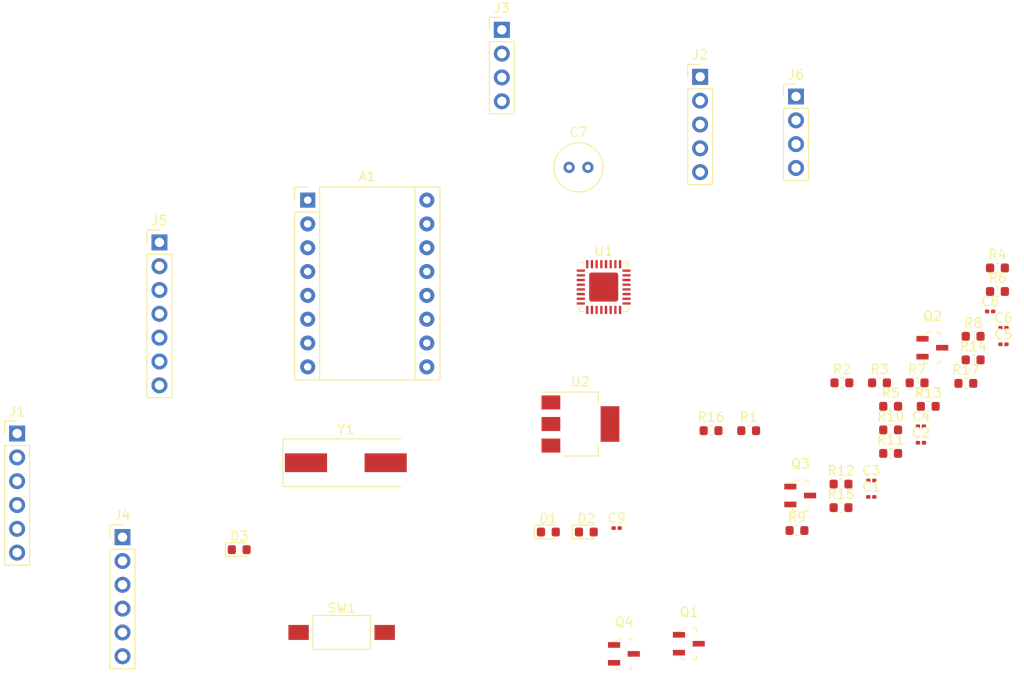
<source format=kicad_pcb>
(kicad_pcb (version 20171130) (host pcbnew "(5.1.4)-1")

  (general
    (thickness 1.6)
    (drawings 0)
    (tracks 0)
    (zones 0)
    (modules 44)
    (nets 40)
  )

  (page A4)
  (layers
    (0 F.Cu signal)
    (31 B.Cu signal)
    (32 B.Adhes user)
    (33 F.Adhes user)
    (34 B.Paste user)
    (35 F.Paste user)
    (36 B.SilkS user)
    (37 F.SilkS user)
    (38 B.Mask user)
    (39 F.Mask user)
    (40 Dwgs.User user)
    (41 Cmts.User user)
    (42 Eco1.User user)
    (43 Eco2.User user)
    (44 Edge.Cuts user)
    (45 Margin user)
    (46 B.CrtYd user)
    (47 F.CrtYd user)
    (48 B.Fab user)
    (49 F.Fab user)
  )

  (setup
    (last_trace_width 0.25)
    (trace_clearance 0.2)
    (zone_clearance 0.508)
    (zone_45_only no)
    (trace_min 0.2)
    (via_size 0.8)
    (via_drill 0.4)
    (via_min_size 0.4)
    (via_min_drill 0.3)
    (uvia_size 0.3)
    (uvia_drill 0.1)
    (uvias_allowed no)
    (uvia_min_size 0.2)
    (uvia_min_drill 0.1)
    (edge_width 0.05)
    (segment_width 0.2)
    (pcb_text_width 0.3)
    (pcb_text_size 1.5 1.5)
    (mod_edge_width 0.12)
    (mod_text_size 1 1)
    (mod_text_width 0.15)
    (pad_size 1.524 1.524)
    (pad_drill 0.762)
    (pad_to_mask_clearance 0.051)
    (solder_mask_min_width 0.25)
    (aux_axis_origin 0 0)
    (visible_elements FFFFFF7F)
    (pcbplotparams
      (layerselection 0x010fc_ffffffff)
      (usegerberextensions false)
      (usegerberattributes false)
      (usegerberadvancedattributes false)
      (creategerberjobfile false)
      (excludeedgelayer true)
      (linewidth 0.100000)
      (plotframeref false)
      (viasonmask false)
      (mode 1)
      (useauxorigin false)
      (hpglpennumber 1)
      (hpglpenspeed 20)
      (hpglpendiameter 15.000000)
      (psnegative false)
      (psa4output false)
      (plotreference true)
      (plotvalue true)
      (plotinvisibletext false)
      (padsonsilk false)
      (subtractmaskfromsilk false)
      (outputformat 1)
      (mirror false)
      (drillshape 1)
      (scaleselection 1)
      (outputdirectory ""))
  )

  (net 0 "")
  (net 1 GND)
  (net 2 MOTOR_EN)
  (net 3 M0)
  (net 4 "Net-(A1-Pad3)")
  (net 5 M1)
  (net 6 "Net-(A1-Pad4)")
  (net 7 M2)
  (net 8 "Net-(A1-Pad5)")
  (net 9 +5V)
  (net 10 "Net-(A1-Pad6)")
  (net 11 STEP)
  (net 12 +12V)
  (net 13 DIR)
  (net 14 RESET)
  (net 15 "Net-(C1-Pad2)")
  (net 16 XTAL_1)
  (net 17 XTAL_2)
  (net 18 "Net-(C4-Pad1)")
  (net 19 "Net-(D1-Pad2)")
  (net 20 "Net-(D2-Pad2)")
  (net 21 "Net-(D3-Pad2)")
  (net 22 RXD)
  (net 23 "Net-(J1-Pad4)")
  (net 24 ENCDR_A)
  (net 25 ENCDR_B)
  (net 26 MAX)
  (net 27 MIN)
  (net 28 MISO_5V)
  (net 29 SCK_5V)
  (net 30 MOSI_5V)
  (net 31 CS_3V3)
  (net 32 SCK_3V3)
  (net 33 MOSI_3V3)
  (net 34 MISO_3V3)
  (net 35 +3V3)
  (net 36 CS_5V)
  (net 37 TXD)
  (net 38 STATUS)
  (net 39 STALL)

  (net_class Default "This is the default net class."
    (clearance 0.2)
    (trace_width 0.25)
    (via_dia 0.8)
    (via_drill 0.4)
    (uvia_dia 0.3)
    (uvia_drill 0.1)
    (add_net +12V)
    (add_net +3V3)
    (add_net +5V)
    (add_net CS_3V3)
    (add_net CS_5V)
    (add_net DIR)
    (add_net ENCDR_A)
    (add_net ENCDR_B)
    (add_net GND)
    (add_net M0)
    (add_net M1)
    (add_net M2)
    (add_net MAX)
    (add_net MIN)
    (add_net MISO_3V3)
    (add_net MISO_5V)
    (add_net MOSI_3V3)
    (add_net MOSI_5V)
    (add_net MOTOR_EN)
    (add_net "Net-(A1-Pad3)")
    (add_net "Net-(A1-Pad4)")
    (add_net "Net-(A1-Pad5)")
    (add_net "Net-(A1-Pad6)")
    (add_net "Net-(C1-Pad2)")
    (add_net "Net-(C4-Pad1)")
    (add_net "Net-(D1-Pad2)")
    (add_net "Net-(D2-Pad2)")
    (add_net "Net-(D3-Pad2)")
    (add_net "Net-(J1-Pad4)")
    (add_net RESET)
    (add_net RXD)
    (add_net SCK_3V3)
    (add_net SCK_5V)
    (add_net STALL)
    (add_net STATUS)
    (add_net STEP)
    (add_net TXD)
    (add_net XTAL_1)
    (add_net XTAL_2)
  )

  (module Module:Pololu_Breakout-16_15.2x20.3mm (layer F.Cu) (tedit 58AB602C) (tstamp 5E2ED7B7)
    (at 98.933 31.1785)
    (descr "Pololu Breakout 16-pin 15.2x20.3mm 0.6x0.8\\")
    (tags "Pololu Breakout")
    (path /5E2E0D54)
    (fp_text reference A1 (at 6.35 -2.54) (layer F.SilkS)
      (effects (font (size 1 1) (thickness 0.15)))
    )
    (fp_text value Pololu_Breakout_DRV8825 (at 6.35 20.17) (layer F.Fab)
      (effects (font (size 1 1) (thickness 0.15)))
    )
    (fp_text user %R (at 6.35 0) (layer F.Fab)
      (effects (font (size 1 1) (thickness 0.15)))
    )
    (fp_line (start 11.43 -1.4) (end 11.43 19.18) (layer F.SilkS) (width 0.12))
    (fp_line (start 1.27 1.27) (end 1.27 19.18) (layer F.SilkS) (width 0.12))
    (fp_line (start 0 -1.4) (end -1.4 -1.4) (layer F.SilkS) (width 0.12))
    (fp_line (start -1.4 -1.4) (end -1.4 0) (layer F.SilkS) (width 0.12))
    (fp_line (start 1.27 -1.4) (end 1.27 1.27) (layer F.SilkS) (width 0.12))
    (fp_line (start 1.27 1.27) (end -1.4 1.27) (layer F.SilkS) (width 0.12))
    (fp_line (start -1.4 1.27) (end -1.4 19.18) (layer F.SilkS) (width 0.12))
    (fp_line (start -1.4 19.18) (end 14.1 19.18) (layer F.SilkS) (width 0.12))
    (fp_line (start 14.1 19.18) (end 14.1 -1.4) (layer F.SilkS) (width 0.12))
    (fp_line (start 14.1 -1.4) (end 1.27 -1.4) (layer F.SilkS) (width 0.12))
    (fp_line (start -1.27 0) (end 0 -1.27) (layer F.Fab) (width 0.1))
    (fp_line (start 0 -1.27) (end 13.97 -1.27) (layer F.Fab) (width 0.1))
    (fp_line (start 13.97 -1.27) (end 13.97 19.05) (layer F.Fab) (width 0.1))
    (fp_line (start 13.97 19.05) (end -1.27 19.05) (layer F.Fab) (width 0.1))
    (fp_line (start -1.27 19.05) (end -1.27 0) (layer F.Fab) (width 0.1))
    (fp_line (start -1.53 -1.52) (end 14.21 -1.52) (layer F.CrtYd) (width 0.05))
    (fp_line (start -1.53 -1.52) (end -1.53 19.3) (layer F.CrtYd) (width 0.05))
    (fp_line (start 14.21 19.3) (end 14.21 -1.52) (layer F.CrtYd) (width 0.05))
    (fp_line (start 14.21 19.3) (end -1.53 19.3) (layer F.CrtYd) (width 0.05))
    (pad 1 thru_hole rect (at 0 0) (size 1.6 1.6) (drill 0.8) (layers *.Cu *.Mask)
      (net 1 GND))
    (pad 9 thru_hole oval (at 12.7 17.78) (size 1.6 1.6) (drill 0.8) (layers *.Cu *.Mask)
      (net 2 MOTOR_EN))
    (pad 2 thru_hole oval (at 0 2.54) (size 1.6 1.6) (drill 0.8) (layers *.Cu *.Mask))
    (pad 10 thru_hole oval (at 12.7 15.24) (size 1.6 1.6) (drill 0.8) (layers *.Cu *.Mask)
      (net 3 M0))
    (pad 3 thru_hole oval (at 0 5.08) (size 1.6 1.6) (drill 0.8) (layers *.Cu *.Mask)
      (net 4 "Net-(A1-Pad3)"))
    (pad 11 thru_hole oval (at 12.7 12.7) (size 1.6 1.6) (drill 0.8) (layers *.Cu *.Mask)
      (net 5 M1))
    (pad 4 thru_hole oval (at 0 7.62) (size 1.6 1.6) (drill 0.8) (layers *.Cu *.Mask)
      (net 6 "Net-(A1-Pad4)"))
    (pad 12 thru_hole oval (at 12.7 10.16) (size 1.6 1.6) (drill 0.8) (layers *.Cu *.Mask)
      (net 7 M2))
    (pad 5 thru_hole oval (at 0 10.16) (size 1.6 1.6) (drill 0.8) (layers *.Cu *.Mask)
      (net 8 "Net-(A1-Pad5)"))
    (pad 13 thru_hole oval (at 12.7 7.62) (size 1.6 1.6) (drill 0.8) (layers *.Cu *.Mask)
      (net 9 +5V))
    (pad 6 thru_hole oval (at 0 12.7) (size 1.6 1.6) (drill 0.8) (layers *.Cu *.Mask)
      (net 10 "Net-(A1-Pad6)"))
    (pad 14 thru_hole oval (at 12.7 5.08) (size 1.6 1.6) (drill 0.8) (layers *.Cu *.Mask)
      (net 9 +5V))
    (pad 7 thru_hole oval (at 0 15.24) (size 1.6 1.6) (drill 0.8) (layers *.Cu *.Mask)
      (net 1 GND))
    (pad 15 thru_hole oval (at 12.7 2.54) (size 1.6 1.6) (drill 0.8) (layers *.Cu *.Mask)
      (net 11 STEP))
    (pad 8 thru_hole oval (at 0 17.78) (size 1.6 1.6) (drill 0.8) (layers *.Cu *.Mask)
      (net 12 +12V))
    (pad 16 thru_hole oval (at 12.7 0) (size 1.6 1.6) (drill 0.8) (layers *.Cu *.Mask)
      (net 13 DIR))
    (model ${KISYS3DMOD}/Module.3dshapes/Pololu_Breakout-16_15.2x20.3mm.wrl
      (at (xyz 0 0 0))
      (scale (xyz 1 1 1))
      (rotate (xyz 0 0 0))
    )
  )

  (module Capacitor_SMD:C_0201_0603Metric (layer F.Cu) (tedit 5B301BBE) (tstamp 5E2ED7C8)
    (at 159.034001 62.830501)
    (descr "Capacitor SMD 0201 (0603 Metric), square (rectangular) end terminal, IPC_7351 nominal, (Body size source: https://www.vishay.com/docs/20052/crcw0201e3.pdf), generated with kicad-footprint-generator")
    (tags capacitor)
    (path /5E3CA770)
    (attr smd)
    (fp_text reference C1 (at 0 -1.05) (layer F.SilkS)
      (effects (font (size 1 1) (thickness 0.15)))
    )
    (fp_text value 0.1uF (at 0 1.05) (layer F.Fab)
      (effects (font (size 1 1) (thickness 0.15)))
    )
    (fp_line (start -0.3 0.15) (end -0.3 -0.15) (layer F.Fab) (width 0.1))
    (fp_line (start -0.3 -0.15) (end 0.3 -0.15) (layer F.Fab) (width 0.1))
    (fp_line (start 0.3 -0.15) (end 0.3 0.15) (layer F.Fab) (width 0.1))
    (fp_line (start 0.3 0.15) (end -0.3 0.15) (layer F.Fab) (width 0.1))
    (fp_line (start -0.7 0.35) (end -0.7 -0.35) (layer F.CrtYd) (width 0.05))
    (fp_line (start -0.7 -0.35) (end 0.7 -0.35) (layer F.CrtYd) (width 0.05))
    (fp_line (start 0.7 -0.35) (end 0.7 0.35) (layer F.CrtYd) (width 0.05))
    (fp_line (start 0.7 0.35) (end -0.7 0.35) (layer F.CrtYd) (width 0.05))
    (fp_text user %R (at 0 -0.68) (layer F.Fab)
      (effects (font (size 0.25 0.25) (thickness 0.04)))
    )
    (pad "" smd roundrect (at -0.345 0) (size 0.318 0.36) (layers F.Paste) (roundrect_rratio 0.25))
    (pad "" smd roundrect (at 0.345 0) (size 0.318 0.36) (layers F.Paste) (roundrect_rratio 0.25))
    (pad 1 smd roundrect (at -0.32 0) (size 0.46 0.4) (layers F.Cu F.Mask) (roundrect_rratio 0.25)
      (net 14 RESET))
    (pad 2 smd roundrect (at 0.32 0) (size 0.46 0.4) (layers F.Cu F.Mask) (roundrect_rratio 0.25)
      (net 15 "Net-(C1-Pad2)"))
    (model ${KISYS3DMOD}/Capacitor_SMD.3dshapes/C_0201_0603Metric.wrl
      (at (xyz 0 0 0))
      (scale (xyz 1 1 1))
      (rotate (xyz 0 0 0))
    )
  )

  (module Capacitor_SMD:C_0201_0603Metric (layer F.Cu) (tedit 5B301BBE) (tstamp 5E2ED7D9)
    (at 164.324001 57.050501)
    (descr "Capacitor SMD 0201 (0603 Metric), square (rectangular) end terminal, IPC_7351 nominal, (Body size source: https://www.vishay.com/docs/20052/crcw0201e3.pdf), generated with kicad-footprint-generator")
    (tags capacitor)
    (path /5E42A32A)
    (attr smd)
    (fp_text reference C2 (at 0 -1.05) (layer F.SilkS)
      (effects (font (size 1 1) (thickness 0.15)))
    )
    (fp_text value 22pf (at 0 1.05) (layer F.Fab)
      (effects (font (size 1 1) (thickness 0.15)))
    )
    (fp_line (start -0.3 0.15) (end -0.3 -0.15) (layer F.Fab) (width 0.1))
    (fp_line (start -0.3 -0.15) (end 0.3 -0.15) (layer F.Fab) (width 0.1))
    (fp_line (start 0.3 -0.15) (end 0.3 0.15) (layer F.Fab) (width 0.1))
    (fp_line (start 0.3 0.15) (end -0.3 0.15) (layer F.Fab) (width 0.1))
    (fp_line (start -0.7 0.35) (end -0.7 -0.35) (layer F.CrtYd) (width 0.05))
    (fp_line (start -0.7 -0.35) (end 0.7 -0.35) (layer F.CrtYd) (width 0.05))
    (fp_line (start 0.7 -0.35) (end 0.7 0.35) (layer F.CrtYd) (width 0.05))
    (fp_line (start 0.7 0.35) (end -0.7 0.35) (layer F.CrtYd) (width 0.05))
    (fp_text user %R (at 0 -0.68) (layer F.Fab)
      (effects (font (size 0.25 0.25) (thickness 0.04)))
    )
    (pad "" smd roundrect (at -0.345 0) (size 0.318 0.36) (layers F.Paste) (roundrect_rratio 0.25))
    (pad "" smd roundrect (at 0.345 0) (size 0.318 0.36) (layers F.Paste) (roundrect_rratio 0.25))
    (pad 1 smd roundrect (at -0.32 0) (size 0.46 0.4) (layers F.Cu F.Mask) (roundrect_rratio 0.25)
      (net 16 XTAL_1))
    (pad 2 smd roundrect (at 0.32 0) (size 0.46 0.4) (layers F.Cu F.Mask) (roundrect_rratio 0.25)
      (net 1 GND))
    (model ${KISYS3DMOD}/Capacitor_SMD.3dshapes/C_0201_0603Metric.wrl
      (at (xyz 0 0 0))
      (scale (xyz 1 1 1))
      (rotate (xyz 0 0 0))
    )
  )

  (module Capacitor_SMD:C_0201_0603Metric (layer F.Cu) (tedit 5B301BBE) (tstamp 5E2ED7EA)
    (at 159.034001 61.080501)
    (descr "Capacitor SMD 0201 (0603 Metric), square (rectangular) end terminal, IPC_7351 nominal, (Body size source: https://www.vishay.com/docs/20052/crcw0201e3.pdf), generated with kicad-footprint-generator")
    (tags capacitor)
    (path /5E42B01E)
    (attr smd)
    (fp_text reference C3 (at 0 -1.05) (layer F.SilkS)
      (effects (font (size 1 1) (thickness 0.15)))
    )
    (fp_text value 22pf (at 0 1.05) (layer F.Fab)
      (effects (font (size 1 1) (thickness 0.15)))
    )
    (fp_text user %R (at 0 -0.68) (layer F.Fab)
      (effects (font (size 0.25 0.25) (thickness 0.04)))
    )
    (fp_line (start 0.7 0.35) (end -0.7 0.35) (layer F.CrtYd) (width 0.05))
    (fp_line (start 0.7 -0.35) (end 0.7 0.35) (layer F.CrtYd) (width 0.05))
    (fp_line (start -0.7 -0.35) (end 0.7 -0.35) (layer F.CrtYd) (width 0.05))
    (fp_line (start -0.7 0.35) (end -0.7 -0.35) (layer F.CrtYd) (width 0.05))
    (fp_line (start 0.3 0.15) (end -0.3 0.15) (layer F.Fab) (width 0.1))
    (fp_line (start 0.3 -0.15) (end 0.3 0.15) (layer F.Fab) (width 0.1))
    (fp_line (start -0.3 -0.15) (end 0.3 -0.15) (layer F.Fab) (width 0.1))
    (fp_line (start -0.3 0.15) (end -0.3 -0.15) (layer F.Fab) (width 0.1))
    (pad 2 smd roundrect (at 0.32 0) (size 0.46 0.4) (layers F.Cu F.Mask) (roundrect_rratio 0.25)
      (net 1 GND))
    (pad 1 smd roundrect (at -0.32 0) (size 0.46 0.4) (layers F.Cu F.Mask) (roundrect_rratio 0.25)
      (net 17 XTAL_2))
    (pad "" smd roundrect (at 0.345 0) (size 0.318 0.36) (layers F.Paste) (roundrect_rratio 0.25))
    (pad "" smd roundrect (at -0.345 0) (size 0.318 0.36) (layers F.Paste) (roundrect_rratio 0.25))
    (model ${KISYS3DMOD}/Capacitor_SMD.3dshapes/C_0201_0603Metric.wrl
      (at (xyz 0 0 0))
      (scale (xyz 1 1 1))
      (rotate (xyz 0 0 0))
    )
  )

  (module Capacitor_SMD:C_0201_0603Metric (layer F.Cu) (tedit 5B301BBE) (tstamp 5E2ED7FB)
    (at 164.324001 55.300501)
    (descr "Capacitor SMD 0201 (0603 Metric), square (rectangular) end terminal, IPC_7351 nominal, (Body size source: https://www.vishay.com/docs/20052/crcw0201e3.pdf), generated with kicad-footprint-generator")
    (tags capacitor)
    (path /5E3F9785)
    (attr smd)
    (fp_text reference C4 (at 0 -1.05) (layer F.SilkS)
      (effects (font (size 1 1) (thickness 0.15)))
    )
    (fp_text value 0.1uF (at 0 1.05) (layer F.Fab)
      (effects (font (size 1 1) (thickness 0.15)))
    )
    (fp_text user %R (at 0 -0.68) (layer F.Fab)
      (effects (font (size 0.25 0.25) (thickness 0.04)))
    )
    (fp_line (start 0.7 0.35) (end -0.7 0.35) (layer F.CrtYd) (width 0.05))
    (fp_line (start 0.7 -0.35) (end 0.7 0.35) (layer F.CrtYd) (width 0.05))
    (fp_line (start -0.7 -0.35) (end 0.7 -0.35) (layer F.CrtYd) (width 0.05))
    (fp_line (start -0.7 0.35) (end -0.7 -0.35) (layer F.CrtYd) (width 0.05))
    (fp_line (start 0.3 0.15) (end -0.3 0.15) (layer F.Fab) (width 0.1))
    (fp_line (start 0.3 -0.15) (end 0.3 0.15) (layer F.Fab) (width 0.1))
    (fp_line (start -0.3 -0.15) (end 0.3 -0.15) (layer F.Fab) (width 0.1))
    (fp_line (start -0.3 0.15) (end -0.3 -0.15) (layer F.Fab) (width 0.1))
    (pad 2 smd roundrect (at 0.32 0) (size 0.46 0.4) (layers F.Cu F.Mask) (roundrect_rratio 0.25)
      (net 1 GND))
    (pad 1 smd roundrect (at -0.32 0) (size 0.46 0.4) (layers F.Cu F.Mask) (roundrect_rratio 0.25)
      (net 18 "Net-(C4-Pad1)"))
    (pad "" smd roundrect (at 0.345 0) (size 0.318 0.36) (layers F.Paste) (roundrect_rratio 0.25))
    (pad "" smd roundrect (at -0.345 0) (size 0.318 0.36) (layers F.Paste) (roundrect_rratio 0.25))
    (model ${KISYS3DMOD}/Capacitor_SMD.3dshapes/C_0201_0603Metric.wrl
      (at (xyz 0 0 0))
      (scale (xyz 1 1 1))
      (rotate (xyz 0 0 0))
    )
  )

  (module Capacitor_SMD:C_0201_0603Metric (layer F.Cu) (tedit 5B301BBE) (tstamp 5E2ED80C)
    (at 173.124001 46.550501)
    (descr "Capacitor SMD 0201 (0603 Metric), square (rectangular) end terminal, IPC_7351 nominal, (Body size source: https://www.vishay.com/docs/20052/crcw0201e3.pdf), generated with kicad-footprint-generator")
    (tags capacitor)
    (path /5E3E2647)
    (attr smd)
    (fp_text reference C5 (at 0 -1.05) (layer F.SilkS)
      (effects (font (size 1 1) (thickness 0.15)))
    )
    (fp_text value 0.1uF (at 0 1.05) (layer F.Fab)
      (effects (font (size 1 1) (thickness 0.15)))
    )
    (fp_line (start -0.3 0.15) (end -0.3 -0.15) (layer F.Fab) (width 0.1))
    (fp_line (start -0.3 -0.15) (end 0.3 -0.15) (layer F.Fab) (width 0.1))
    (fp_line (start 0.3 -0.15) (end 0.3 0.15) (layer F.Fab) (width 0.1))
    (fp_line (start 0.3 0.15) (end -0.3 0.15) (layer F.Fab) (width 0.1))
    (fp_line (start -0.7 0.35) (end -0.7 -0.35) (layer F.CrtYd) (width 0.05))
    (fp_line (start -0.7 -0.35) (end 0.7 -0.35) (layer F.CrtYd) (width 0.05))
    (fp_line (start 0.7 -0.35) (end 0.7 0.35) (layer F.CrtYd) (width 0.05))
    (fp_line (start 0.7 0.35) (end -0.7 0.35) (layer F.CrtYd) (width 0.05))
    (fp_text user %R (at 0 -0.68) (layer F.Fab)
      (effects (font (size 0.25 0.25) (thickness 0.04)))
    )
    (pad "" smd roundrect (at -0.345 0) (size 0.318 0.36) (layers F.Paste) (roundrect_rratio 0.25))
    (pad "" smd roundrect (at 0.345 0) (size 0.318 0.36) (layers F.Paste) (roundrect_rratio 0.25))
    (pad 1 smd roundrect (at -0.32 0) (size 0.46 0.4) (layers F.Cu F.Mask) (roundrect_rratio 0.25)
      (net 9 +5V))
    (pad 2 smd roundrect (at 0.32 0) (size 0.46 0.4) (layers F.Cu F.Mask) (roundrect_rratio 0.25)
      (net 1 GND))
    (model ${KISYS3DMOD}/Capacitor_SMD.3dshapes/C_0201_0603Metric.wrl
      (at (xyz 0 0 0))
      (scale (xyz 1 1 1))
      (rotate (xyz 0 0 0))
    )
  )

  (module Capacitor_SMD:C_0201_0603Metric (layer F.Cu) (tedit 5B301BBE) (tstamp 5E2ED81D)
    (at 173.124001 44.800501)
    (descr "Capacitor SMD 0201 (0603 Metric), square (rectangular) end terminal, IPC_7351 nominal, (Body size source: https://www.vishay.com/docs/20052/crcw0201e3.pdf), generated with kicad-footprint-generator")
    (tags capacitor)
    (path /5E3D826E)
    (attr smd)
    (fp_text reference C6 (at 0 -1.05) (layer F.SilkS)
      (effects (font (size 1 1) (thickness 0.15)))
    )
    (fp_text value 0.1uF (at 0 1.05) (layer F.Fab)
      (effects (font (size 1 1) (thickness 0.15)))
    )
    (fp_text user %R (at 0 -0.68) (layer F.Fab)
      (effects (font (size 0.25 0.25) (thickness 0.04)))
    )
    (fp_line (start 0.7 0.35) (end -0.7 0.35) (layer F.CrtYd) (width 0.05))
    (fp_line (start 0.7 -0.35) (end 0.7 0.35) (layer F.CrtYd) (width 0.05))
    (fp_line (start -0.7 -0.35) (end 0.7 -0.35) (layer F.CrtYd) (width 0.05))
    (fp_line (start -0.7 0.35) (end -0.7 -0.35) (layer F.CrtYd) (width 0.05))
    (fp_line (start 0.3 0.15) (end -0.3 0.15) (layer F.Fab) (width 0.1))
    (fp_line (start 0.3 -0.15) (end 0.3 0.15) (layer F.Fab) (width 0.1))
    (fp_line (start -0.3 -0.15) (end 0.3 -0.15) (layer F.Fab) (width 0.1))
    (fp_line (start -0.3 0.15) (end -0.3 -0.15) (layer F.Fab) (width 0.1))
    (pad 2 smd roundrect (at 0.32 0) (size 0.46 0.4) (layers F.Cu F.Mask) (roundrect_rratio 0.25)
      (net 1 GND))
    (pad 1 smd roundrect (at -0.32 0) (size 0.46 0.4) (layers F.Cu F.Mask) (roundrect_rratio 0.25)
      (net 9 +5V))
    (pad "" smd roundrect (at 0.345 0) (size 0.318 0.36) (layers F.Paste) (roundrect_rratio 0.25))
    (pad "" smd roundrect (at -0.345 0) (size 0.318 0.36) (layers F.Paste) (roundrect_rratio 0.25))
    (model ${KISYS3DMOD}/Capacitor_SMD.3dshapes/C_0201_0603Metric.wrl
      (at (xyz 0 0 0))
      (scale (xyz 1 1 1))
      (rotate (xyz 0 0 0))
    )
  )

  (module Capacitor_THT:C_Radial_D5.0mm_H5.0mm_P2.00mm (layer F.Cu) (tedit 5BC5C9B9) (tstamp 5E2ED827)
    (at 126.8095 27.686)
    (descr "C, Radial series, Radial, pin pitch=2.00mm, diameter=5mm, height=5mm, Non-Polar Electrolytic Capacitor")
    (tags "C Radial series Radial pin pitch 2.00mm diameter 5mm height 5mm Non-Polar Electrolytic Capacitor")
    (path /5E2E5AC0)
    (fp_text reference C7 (at 1 -3.75) (layer F.SilkS)
      (effects (font (size 1 1) (thickness 0.15)))
    )
    (fp_text value 100uf (at 1 3.75) (layer F.Fab)
      (effects (font (size 1 1) (thickness 0.15)))
    )
    (fp_circle (center 1 0) (end 3.5 0) (layer F.Fab) (width 0.1))
    (fp_circle (center 1 0) (end 3.62 0) (layer F.SilkS) (width 0.12))
    (fp_circle (center 1 0) (end 3.75 0) (layer F.CrtYd) (width 0.05))
    (fp_text user %R (at 1 0) (layer F.Fab)
      (effects (font (size 1 1) (thickness 0.15)))
    )
    (pad 1 thru_hole circle (at 0 0) (size 1.2 1.2) (drill 0.6) (layers *.Cu *.Mask)
      (net 1 GND))
    (pad 2 thru_hole circle (at 2 0) (size 1.2 1.2) (drill 0.6) (layers *.Cu *.Mask)
      (net 12 +12V))
    (model ${KISYS3DMOD}/Capacitor_THT.3dshapes/C_Radial_D5.0mm_H5.0mm_P2.00mm.wrl
      (at (xyz 0 0 0))
      (scale (xyz 1 1 1))
      (rotate (xyz 0 0 0))
    )
  )

  (module Capacitor_SMD:C_0201_0603Metric (layer F.Cu) (tedit 5B301BBE) (tstamp 5E2ED838)
    (at 171.704001 43.050501)
    (descr "Capacitor SMD 0201 (0603 Metric), square (rectangular) end terminal, IPC_7351 nominal, (Body size source: https://www.vishay.com/docs/20052/crcw0201e3.pdf), generated with kicad-footprint-generator")
    (tags capacitor)
    (path /5E2F177A)
    (attr smd)
    (fp_text reference C8 (at 0 -1.05) (layer F.SilkS)
      (effects (font (size 1 1) (thickness 0.15)))
    )
    (fp_text value 10uf (at 0 1.05) (layer F.Fab)
      (effects (font (size 1 1) (thickness 0.15)))
    )
    (fp_text user %R (at 0 -0.68) (layer F.Fab)
      (effects (font (size 0.25 0.25) (thickness 0.04)))
    )
    (fp_line (start 0.7 0.35) (end -0.7 0.35) (layer F.CrtYd) (width 0.05))
    (fp_line (start 0.7 -0.35) (end 0.7 0.35) (layer F.CrtYd) (width 0.05))
    (fp_line (start -0.7 -0.35) (end 0.7 -0.35) (layer F.CrtYd) (width 0.05))
    (fp_line (start -0.7 0.35) (end -0.7 -0.35) (layer F.CrtYd) (width 0.05))
    (fp_line (start 0.3 0.15) (end -0.3 0.15) (layer F.Fab) (width 0.1))
    (fp_line (start 0.3 -0.15) (end 0.3 0.15) (layer F.Fab) (width 0.1))
    (fp_line (start -0.3 -0.15) (end 0.3 -0.15) (layer F.Fab) (width 0.1))
    (fp_line (start -0.3 0.15) (end -0.3 -0.15) (layer F.Fab) (width 0.1))
    (pad 2 smd roundrect (at 0.32 0) (size 0.46 0.4) (layers F.Cu F.Mask) (roundrect_rratio 0.25)
      (net 1 GND))
    (pad 1 smd roundrect (at -0.32 0) (size 0.46 0.4) (layers F.Cu F.Mask) (roundrect_rratio 0.25)
      (net 12 +12V))
    (pad "" smd roundrect (at 0.345 0) (size 0.318 0.36) (layers F.Paste) (roundrect_rratio 0.25))
    (pad "" smd roundrect (at -0.345 0) (size 0.318 0.36) (layers F.Paste) (roundrect_rratio 0.25))
    (model ${KISYS3DMOD}/Capacitor_SMD.3dshapes/C_0201_0603Metric.wrl
      (at (xyz 0 0 0))
      (scale (xyz 1 1 1))
      (rotate (xyz 0 0 0))
    )
  )

  (module Capacitor_SMD:C_0201_0603Metric (layer F.Cu) (tedit 5B301BBE) (tstamp 5E2ED849)
    (at 131.874001 66.150501)
    (descr "Capacitor SMD 0201 (0603 Metric), square (rectangular) end terminal, IPC_7351 nominal, (Body size source: https://www.vishay.com/docs/20052/crcw0201e3.pdf), generated with kicad-footprint-generator")
    (tags capacitor)
    (path /5E2F1C89)
    (attr smd)
    (fp_text reference C9 (at 0 -1.05) (layer F.SilkS)
      (effects (font (size 1 1) (thickness 0.15)))
    )
    (fp_text value 22uf (at 0 1.05) (layer F.Fab)
      (effects (font (size 1 1) (thickness 0.15)))
    )
    (fp_line (start -0.3 0.15) (end -0.3 -0.15) (layer F.Fab) (width 0.1))
    (fp_line (start -0.3 -0.15) (end 0.3 -0.15) (layer F.Fab) (width 0.1))
    (fp_line (start 0.3 -0.15) (end 0.3 0.15) (layer F.Fab) (width 0.1))
    (fp_line (start 0.3 0.15) (end -0.3 0.15) (layer F.Fab) (width 0.1))
    (fp_line (start -0.7 0.35) (end -0.7 -0.35) (layer F.CrtYd) (width 0.05))
    (fp_line (start -0.7 -0.35) (end 0.7 -0.35) (layer F.CrtYd) (width 0.05))
    (fp_line (start 0.7 -0.35) (end 0.7 0.35) (layer F.CrtYd) (width 0.05))
    (fp_line (start 0.7 0.35) (end -0.7 0.35) (layer F.CrtYd) (width 0.05))
    (fp_text user %R (at 0 -0.68) (layer F.Fab)
      (effects (font (size 0.25 0.25) (thickness 0.04)))
    )
    (pad "" smd roundrect (at -0.345 0) (size 0.318 0.36) (layers F.Paste) (roundrect_rratio 0.25))
    (pad "" smd roundrect (at 0.345 0) (size 0.318 0.36) (layers F.Paste) (roundrect_rratio 0.25))
    (pad 1 smd roundrect (at -0.32 0) (size 0.46 0.4) (layers F.Cu F.Mask) (roundrect_rratio 0.25)
      (net 9 +5V))
    (pad 2 smd roundrect (at 0.32 0) (size 0.46 0.4) (layers F.Cu F.Mask) (roundrect_rratio 0.25)
      (net 1 GND))
    (model ${KISYS3DMOD}/Capacitor_SMD.3dshapes/C_0201_0603Metric.wrl
      (at (xyz 0 0 0))
      (scale (xyz 1 1 1))
      (rotate (xyz 0 0 0))
    )
  )

  (module LED_SMD:LED_0603_1608Metric (layer F.Cu) (tedit 5B301BBE) (tstamp 5E2ED85C)
    (at 124.594001 66.570501)
    (descr "LED SMD 0603 (1608 Metric), square (rectangular) end terminal, IPC_7351 nominal, (Body size source: http://www.tortai-tech.com/upload/download/2011102023233369053.pdf), generated with kicad-footprint-generator")
    (tags diode)
    (path /5E2F5451)
    (attr smd)
    (fp_text reference D1 (at 0 -1.43) (layer F.SilkS)
      (effects (font (size 1 1) (thickness 0.15)))
    )
    (fp_text value PWR (at 0 1.43) (layer F.Fab)
      (effects (font (size 1 1) (thickness 0.15)))
    )
    (fp_text user %R (at 0 0) (layer F.Fab)
      (effects (font (size 0.4 0.4) (thickness 0.06)))
    )
    (fp_line (start 1.48 0.73) (end -1.48 0.73) (layer F.CrtYd) (width 0.05))
    (fp_line (start 1.48 -0.73) (end 1.48 0.73) (layer F.CrtYd) (width 0.05))
    (fp_line (start -1.48 -0.73) (end 1.48 -0.73) (layer F.CrtYd) (width 0.05))
    (fp_line (start -1.48 0.73) (end -1.48 -0.73) (layer F.CrtYd) (width 0.05))
    (fp_line (start -1.485 0.735) (end 0.8 0.735) (layer F.SilkS) (width 0.12))
    (fp_line (start -1.485 -0.735) (end -1.485 0.735) (layer F.SilkS) (width 0.12))
    (fp_line (start 0.8 -0.735) (end -1.485 -0.735) (layer F.SilkS) (width 0.12))
    (fp_line (start 0.8 0.4) (end 0.8 -0.4) (layer F.Fab) (width 0.1))
    (fp_line (start -0.8 0.4) (end 0.8 0.4) (layer F.Fab) (width 0.1))
    (fp_line (start -0.8 -0.1) (end -0.8 0.4) (layer F.Fab) (width 0.1))
    (fp_line (start -0.5 -0.4) (end -0.8 -0.1) (layer F.Fab) (width 0.1))
    (fp_line (start 0.8 -0.4) (end -0.5 -0.4) (layer F.Fab) (width 0.1))
    (pad 2 smd roundrect (at 0.7875 0) (size 0.875 0.95) (layers F.Cu F.Paste F.Mask) (roundrect_rratio 0.25)
      (net 19 "Net-(D1-Pad2)"))
    (pad 1 smd roundrect (at -0.7875 0) (size 0.875 0.95) (layers F.Cu F.Paste F.Mask) (roundrect_rratio 0.25)
      (net 1 GND))
    (model ${KISYS3DMOD}/LED_SMD.3dshapes/LED_0603_1608Metric.wrl
      (at (xyz 0 0 0))
      (scale (xyz 1 1 1))
      (rotate (xyz 0 0 0))
    )
  )

  (module LED_SMD:LED_0603_1608Metric (layer F.Cu) (tedit 5B301BBE) (tstamp 5E2ED86F)
    (at 128.644001 66.570501)
    (descr "LED SMD 0603 (1608 Metric), square (rectangular) end terminal, IPC_7351 nominal, (Body size source: http://www.tortai-tech.com/upload/download/2011102023233369053.pdf), generated with kicad-footprint-generator")
    (tags diode)
    (path /5E2F5A9D)
    (attr smd)
    (fp_text reference D2 (at 0 -1.43) (layer F.SilkS)
      (effects (font (size 1 1) (thickness 0.15)))
    )
    (fp_text value STATUS (at 0 1.43) (layer F.Fab)
      (effects (font (size 1 1) (thickness 0.15)))
    )
    (fp_line (start 0.8 -0.4) (end -0.5 -0.4) (layer F.Fab) (width 0.1))
    (fp_line (start -0.5 -0.4) (end -0.8 -0.1) (layer F.Fab) (width 0.1))
    (fp_line (start -0.8 -0.1) (end -0.8 0.4) (layer F.Fab) (width 0.1))
    (fp_line (start -0.8 0.4) (end 0.8 0.4) (layer F.Fab) (width 0.1))
    (fp_line (start 0.8 0.4) (end 0.8 -0.4) (layer F.Fab) (width 0.1))
    (fp_line (start 0.8 -0.735) (end -1.485 -0.735) (layer F.SilkS) (width 0.12))
    (fp_line (start -1.485 -0.735) (end -1.485 0.735) (layer F.SilkS) (width 0.12))
    (fp_line (start -1.485 0.735) (end 0.8 0.735) (layer F.SilkS) (width 0.12))
    (fp_line (start -1.48 0.73) (end -1.48 -0.73) (layer F.CrtYd) (width 0.05))
    (fp_line (start -1.48 -0.73) (end 1.48 -0.73) (layer F.CrtYd) (width 0.05))
    (fp_line (start 1.48 -0.73) (end 1.48 0.73) (layer F.CrtYd) (width 0.05))
    (fp_line (start 1.48 0.73) (end -1.48 0.73) (layer F.CrtYd) (width 0.05))
    (fp_text user %R (at 0 0) (layer F.Fab)
      (effects (font (size 0.4 0.4) (thickness 0.06)))
    )
    (pad 1 smd roundrect (at -0.7875 0) (size 0.875 0.95) (layers F.Cu F.Paste F.Mask) (roundrect_rratio 0.25)
      (net 1 GND))
    (pad 2 smd roundrect (at 0.7875 0) (size 0.875 0.95) (layers F.Cu F.Paste F.Mask) (roundrect_rratio 0.25)
      (net 20 "Net-(D2-Pad2)"))
    (model ${KISYS3DMOD}/LED_SMD.3dshapes/LED_0603_1608Metric.wrl
      (at (xyz 0 0 0))
      (scale (xyz 1 1 1))
      (rotate (xyz 0 0 0))
    )
  )

  (module LED_SMD:LED_0603_1608Metric (layer F.Cu) (tedit 5B301BBE) (tstamp 5E2ED882)
    (at 91.6305 68.453)
    (descr "LED SMD 0603 (1608 Metric), square (rectangular) end terminal, IPC_7351 nominal, (Body size source: http://www.tortai-tech.com/upload/download/2011102023233369053.pdf), generated with kicad-footprint-generator")
    (tags diode)
    (path /5E36746B)
    (attr smd)
    (fp_text reference D3 (at 0 -1.43) (layer F.SilkS)
      (effects (font (size 1 1) (thickness 0.15)))
    )
    (fp_text value STALL (at 0 1.43) (layer F.Fab)
      (effects (font (size 1 1) (thickness 0.15)))
    )
    (fp_line (start 0.8 -0.4) (end -0.5 -0.4) (layer F.Fab) (width 0.1))
    (fp_line (start -0.5 -0.4) (end -0.8 -0.1) (layer F.Fab) (width 0.1))
    (fp_line (start -0.8 -0.1) (end -0.8 0.4) (layer F.Fab) (width 0.1))
    (fp_line (start -0.8 0.4) (end 0.8 0.4) (layer F.Fab) (width 0.1))
    (fp_line (start 0.8 0.4) (end 0.8 -0.4) (layer F.Fab) (width 0.1))
    (fp_line (start 0.8 -0.735) (end -1.485 -0.735) (layer F.SilkS) (width 0.12))
    (fp_line (start -1.485 -0.735) (end -1.485 0.735) (layer F.SilkS) (width 0.12))
    (fp_line (start -1.485 0.735) (end 0.8 0.735) (layer F.SilkS) (width 0.12))
    (fp_line (start -1.48 0.73) (end -1.48 -0.73) (layer F.CrtYd) (width 0.05))
    (fp_line (start -1.48 -0.73) (end 1.48 -0.73) (layer F.CrtYd) (width 0.05))
    (fp_line (start 1.48 -0.73) (end 1.48 0.73) (layer F.CrtYd) (width 0.05))
    (fp_line (start 1.48 0.73) (end -1.48 0.73) (layer F.CrtYd) (width 0.05))
    (fp_text user %R (at 0 0) (layer F.Fab)
      (effects (font (size 0.4 0.4) (thickness 0.06)))
    )
    (pad 1 smd roundrect (at -0.7875 0) (size 0.875 0.95) (layers F.Cu F.Paste F.Mask) (roundrect_rratio 0.25)
      (net 1 GND))
    (pad 2 smd roundrect (at 0.7875 0) (size 0.875 0.95) (layers F.Cu F.Paste F.Mask) (roundrect_rratio 0.25)
      (net 21 "Net-(D3-Pad2)"))
    (model ${KISYS3DMOD}/LED_SMD.3dshapes/LED_0603_1608Metric.wrl
      (at (xyz 0 0 0))
      (scale (xyz 1 1 1))
      (rotate (xyz 0 0 0))
    )
  )

  (module Connector_PinHeader_2.54mm:PinHeader_1x06_P2.54mm_Vertical (layer F.Cu) (tedit 59FED5CC) (tstamp 5E2ED89C)
    (at 67.945 56.0705)
    (descr "Through hole straight pin header, 1x06, 2.54mm pitch, single row")
    (tags "Through hole pin header THT 1x06 2.54mm single row")
    (path /5E3AF966)
    (fp_text reference J1 (at 0 -2.33) (layer F.SilkS)
      (effects (font (size 1 1) (thickness 0.15)))
    )
    (fp_text value FTDI (at 0 15.03) (layer F.Fab)
      (effects (font (size 1 1) (thickness 0.15)))
    )
    (fp_text user %R (at 0 6.35 90) (layer F.Fab)
      (effects (font (size 1 1) (thickness 0.15)))
    )
    (fp_line (start 1.8 -1.8) (end -1.8 -1.8) (layer F.CrtYd) (width 0.05))
    (fp_line (start 1.8 14.5) (end 1.8 -1.8) (layer F.CrtYd) (width 0.05))
    (fp_line (start -1.8 14.5) (end 1.8 14.5) (layer F.CrtYd) (width 0.05))
    (fp_line (start -1.8 -1.8) (end -1.8 14.5) (layer F.CrtYd) (width 0.05))
    (fp_line (start -1.33 -1.33) (end 0 -1.33) (layer F.SilkS) (width 0.12))
    (fp_line (start -1.33 0) (end -1.33 -1.33) (layer F.SilkS) (width 0.12))
    (fp_line (start -1.33 1.27) (end 1.33 1.27) (layer F.SilkS) (width 0.12))
    (fp_line (start 1.33 1.27) (end 1.33 14.03) (layer F.SilkS) (width 0.12))
    (fp_line (start -1.33 1.27) (end -1.33 14.03) (layer F.SilkS) (width 0.12))
    (fp_line (start -1.33 14.03) (end 1.33 14.03) (layer F.SilkS) (width 0.12))
    (fp_line (start -1.27 -0.635) (end -0.635 -1.27) (layer F.Fab) (width 0.1))
    (fp_line (start -1.27 13.97) (end -1.27 -0.635) (layer F.Fab) (width 0.1))
    (fp_line (start 1.27 13.97) (end -1.27 13.97) (layer F.Fab) (width 0.1))
    (fp_line (start 1.27 -1.27) (end 1.27 13.97) (layer F.Fab) (width 0.1))
    (fp_line (start -0.635 -1.27) (end 1.27 -1.27) (layer F.Fab) (width 0.1))
    (pad 6 thru_hole oval (at 0 12.7) (size 1.7 1.7) (drill 1) (layers *.Cu *.Mask)
      (net 15 "Net-(C1-Pad2)"))
    (pad 5 thru_hole oval (at 0 10.16) (size 1.7 1.7) (drill 1) (layers *.Cu *.Mask)
      (net 22 RXD))
    (pad 4 thru_hole oval (at 0 7.62) (size 1.7 1.7) (drill 1) (layers *.Cu *.Mask)
      (net 23 "Net-(J1-Pad4)"))
    (pad 3 thru_hole oval (at 0 5.08) (size 1.7 1.7) (drill 1) (layers *.Cu *.Mask)
      (net 9 +5V))
    (pad 2 thru_hole oval (at 0 2.54) (size 1.7 1.7) (drill 1) (layers *.Cu *.Mask)
      (net 1 GND))
    (pad 1 thru_hole rect (at 0 0) (size 1.7 1.7) (drill 1) (layers *.Cu *.Mask)
      (net 1 GND))
    (model ${KISYS3DMOD}/Connector_PinHeader_2.54mm.3dshapes/PinHeader_1x06_P2.54mm_Vertical.wrl
      (at (xyz 0 0 0))
      (scale (xyz 1 1 1))
      (rotate (xyz 0 0 0))
    )
  )

  (module Connector_PinHeader_2.54mm:PinHeader_1x05_P2.54mm_Vertical (layer F.Cu) (tedit 59FED5CC) (tstamp 5E2ED8B5)
    (at 140.7795 18.034)
    (descr "Through hole straight pin header, 1x05, 2.54mm pitch, single row")
    (tags "Through hole pin header THT 1x05 2.54mm single row")
    (path /5E2F6FCD)
    (fp_text reference J2 (at 0 -2.33) (layer F.SilkS)
      (effects (font (size 1 1) (thickness 0.15)))
    )
    (fp_text value ENCODER (at 0 12.49) (layer F.Fab)
      (effects (font (size 1 1) (thickness 0.15)))
    )
    (fp_line (start -0.635 -1.27) (end 1.27 -1.27) (layer F.Fab) (width 0.1))
    (fp_line (start 1.27 -1.27) (end 1.27 11.43) (layer F.Fab) (width 0.1))
    (fp_line (start 1.27 11.43) (end -1.27 11.43) (layer F.Fab) (width 0.1))
    (fp_line (start -1.27 11.43) (end -1.27 -0.635) (layer F.Fab) (width 0.1))
    (fp_line (start -1.27 -0.635) (end -0.635 -1.27) (layer F.Fab) (width 0.1))
    (fp_line (start -1.33 11.49) (end 1.33 11.49) (layer F.SilkS) (width 0.12))
    (fp_line (start -1.33 1.27) (end -1.33 11.49) (layer F.SilkS) (width 0.12))
    (fp_line (start 1.33 1.27) (end 1.33 11.49) (layer F.SilkS) (width 0.12))
    (fp_line (start -1.33 1.27) (end 1.33 1.27) (layer F.SilkS) (width 0.12))
    (fp_line (start -1.33 0) (end -1.33 -1.33) (layer F.SilkS) (width 0.12))
    (fp_line (start -1.33 -1.33) (end 0 -1.33) (layer F.SilkS) (width 0.12))
    (fp_line (start -1.8 -1.8) (end -1.8 11.95) (layer F.CrtYd) (width 0.05))
    (fp_line (start -1.8 11.95) (end 1.8 11.95) (layer F.CrtYd) (width 0.05))
    (fp_line (start 1.8 11.95) (end 1.8 -1.8) (layer F.CrtYd) (width 0.05))
    (fp_line (start 1.8 -1.8) (end -1.8 -1.8) (layer F.CrtYd) (width 0.05))
    (fp_text user %R (at 0 5.08 90) (layer F.Fab)
      (effects (font (size 1 1) (thickness 0.15)))
    )
    (pad 1 thru_hole rect (at 0 0) (size 1.7 1.7) (drill 1) (layers *.Cu *.Mask)
      (net 9 +5V))
    (pad 2 thru_hole oval (at 0 2.54) (size 1.7 1.7) (drill 1) (layers *.Cu *.Mask)
      (net 1 GND))
    (pad 3 thru_hole oval (at 0 5.08) (size 1.7 1.7) (drill 1) (layers *.Cu *.Mask)
      (net 1 GND))
    (pad 4 thru_hole oval (at 0 7.62) (size 1.7 1.7) (drill 1) (layers *.Cu *.Mask)
      (net 24 ENCDR_A))
    (pad 5 thru_hole oval (at 0 10.16) (size 1.7 1.7) (drill 1) (layers *.Cu *.Mask)
      (net 25 ENCDR_B))
    (model ${KISYS3DMOD}/Connector_PinHeader_2.54mm.3dshapes/PinHeader_1x05_P2.54mm_Vertical.wrl
      (at (xyz 0 0 0))
      (scale (xyz 1 1 1))
      (rotate (xyz 0 0 0))
    )
  )

  (module Connector_PinHeader_2.54mm:PinHeader_1x04_P2.54mm_Vertical (layer F.Cu) (tedit 59FED5CC) (tstamp 5E2ED8CD)
    (at 119.634 13.0175)
    (descr "Through hole straight pin header, 1x04, 2.54mm pitch, single row")
    (tags "Through hole pin header THT 1x04 2.54mm single row")
    (path /5E36CD36)
    (fp_text reference J3 (at 0 -2.33) (layer F.SilkS)
      (effects (font (size 1 1) (thickness 0.15)))
    )
    (fp_text value LIMIT_SWITCH (at 0 9.95) (layer F.Fab)
      (effects (font (size 1 1) (thickness 0.15)))
    )
    (fp_line (start -0.635 -1.27) (end 1.27 -1.27) (layer F.Fab) (width 0.1))
    (fp_line (start 1.27 -1.27) (end 1.27 8.89) (layer F.Fab) (width 0.1))
    (fp_line (start 1.27 8.89) (end -1.27 8.89) (layer F.Fab) (width 0.1))
    (fp_line (start -1.27 8.89) (end -1.27 -0.635) (layer F.Fab) (width 0.1))
    (fp_line (start -1.27 -0.635) (end -0.635 -1.27) (layer F.Fab) (width 0.1))
    (fp_line (start -1.33 8.95) (end 1.33 8.95) (layer F.SilkS) (width 0.12))
    (fp_line (start -1.33 1.27) (end -1.33 8.95) (layer F.SilkS) (width 0.12))
    (fp_line (start 1.33 1.27) (end 1.33 8.95) (layer F.SilkS) (width 0.12))
    (fp_line (start -1.33 1.27) (end 1.33 1.27) (layer F.SilkS) (width 0.12))
    (fp_line (start -1.33 0) (end -1.33 -1.33) (layer F.SilkS) (width 0.12))
    (fp_line (start -1.33 -1.33) (end 0 -1.33) (layer F.SilkS) (width 0.12))
    (fp_line (start -1.8 -1.8) (end -1.8 9.4) (layer F.CrtYd) (width 0.05))
    (fp_line (start -1.8 9.4) (end 1.8 9.4) (layer F.CrtYd) (width 0.05))
    (fp_line (start 1.8 9.4) (end 1.8 -1.8) (layer F.CrtYd) (width 0.05))
    (fp_line (start 1.8 -1.8) (end -1.8 -1.8) (layer F.CrtYd) (width 0.05))
    (fp_text user %R (at 0 3.81 90) (layer F.Fab)
      (effects (font (size 1 1) (thickness 0.15)))
    )
    (pad 1 thru_hole rect (at 0 0) (size 1.7 1.7) (drill 1) (layers *.Cu *.Mask)
      (net 26 MAX))
    (pad 2 thru_hole oval (at 0 2.54) (size 1.7 1.7) (drill 1) (layers *.Cu *.Mask)
      (net 9 +5V))
    (pad 3 thru_hole oval (at 0 5.08) (size 1.7 1.7) (drill 1) (layers *.Cu *.Mask)
      (net 27 MIN))
    (pad 4 thru_hole oval (at 0 7.62) (size 1.7 1.7) (drill 1) (layers *.Cu *.Mask)
      (net 9 +5V))
    (model ${KISYS3DMOD}/Connector_PinHeader_2.54mm.3dshapes/PinHeader_1x04_P2.54mm_Vertical.wrl
      (at (xyz 0 0 0))
      (scale (xyz 1 1 1))
      (rotate (xyz 0 0 0))
    )
  )

  (module Connector_PinHeader_2.54mm:PinHeader_1x06_P2.54mm_Vertical (layer F.Cu) (tedit 59FED5CC) (tstamp 5E2ED8E7)
    (at 79.1845 67.1195)
    (descr "Through hole straight pin header, 1x06, 2.54mm pitch, single row")
    (tags "Through hole pin header THT 1x06 2.54mm single row")
    (path /5E3A253D)
    (fp_text reference J4 (at 0 -2.33) (layer F.SilkS)
      (effects (font (size 1 1) (thickness 0.15)))
    )
    (fp_text value ICSP (at 0 15.03) (layer F.Fab)
      (effects (font (size 1 1) (thickness 0.15)))
    )
    (fp_line (start -0.635 -1.27) (end 1.27 -1.27) (layer F.Fab) (width 0.1))
    (fp_line (start 1.27 -1.27) (end 1.27 13.97) (layer F.Fab) (width 0.1))
    (fp_line (start 1.27 13.97) (end -1.27 13.97) (layer F.Fab) (width 0.1))
    (fp_line (start -1.27 13.97) (end -1.27 -0.635) (layer F.Fab) (width 0.1))
    (fp_line (start -1.27 -0.635) (end -0.635 -1.27) (layer F.Fab) (width 0.1))
    (fp_line (start -1.33 14.03) (end 1.33 14.03) (layer F.SilkS) (width 0.12))
    (fp_line (start -1.33 1.27) (end -1.33 14.03) (layer F.SilkS) (width 0.12))
    (fp_line (start 1.33 1.27) (end 1.33 14.03) (layer F.SilkS) (width 0.12))
    (fp_line (start -1.33 1.27) (end 1.33 1.27) (layer F.SilkS) (width 0.12))
    (fp_line (start -1.33 0) (end -1.33 -1.33) (layer F.SilkS) (width 0.12))
    (fp_line (start -1.33 -1.33) (end 0 -1.33) (layer F.SilkS) (width 0.12))
    (fp_line (start -1.8 -1.8) (end -1.8 14.5) (layer F.CrtYd) (width 0.05))
    (fp_line (start -1.8 14.5) (end 1.8 14.5) (layer F.CrtYd) (width 0.05))
    (fp_line (start 1.8 14.5) (end 1.8 -1.8) (layer F.CrtYd) (width 0.05))
    (fp_line (start 1.8 -1.8) (end -1.8 -1.8) (layer F.CrtYd) (width 0.05))
    (fp_text user %R (at 0 6.35 90) (layer F.Fab)
      (effects (font (size 1 1) (thickness 0.15)))
    )
    (pad 1 thru_hole rect (at 0 0) (size 1.7 1.7) (drill 1) (layers *.Cu *.Mask)
      (net 28 MISO_5V))
    (pad 2 thru_hole oval (at 0 2.54) (size 1.7 1.7) (drill 1) (layers *.Cu *.Mask)
      (net 9 +5V))
    (pad 3 thru_hole oval (at 0 5.08) (size 1.7 1.7) (drill 1) (layers *.Cu *.Mask)
      (net 29 SCK_5V))
    (pad 4 thru_hole oval (at 0 7.62) (size 1.7 1.7) (drill 1) (layers *.Cu *.Mask)
      (net 30 MOSI_5V))
    (pad 5 thru_hole oval (at 0 10.16) (size 1.7 1.7) (drill 1) (layers *.Cu *.Mask)
      (net 14 RESET))
    (pad 6 thru_hole oval (at 0 12.7) (size 1.7 1.7) (drill 1) (layers *.Cu *.Mask)
      (net 1 GND))
    (model ${KISYS3DMOD}/Connector_PinHeader_2.54mm.3dshapes/PinHeader_1x06_P2.54mm_Vertical.wrl
      (at (xyz 0 0 0))
      (scale (xyz 1 1 1))
      (rotate (xyz 0 0 0))
    )
  )

  (module Connector_PinHeader_2.54mm:PinHeader_1x07_P2.54mm_Vertical (layer F.Cu) (tedit 59FED5CC) (tstamp 5E2ED902)
    (at 83.1215 35.687)
    (descr "Through hole straight pin header, 1x07, 2.54mm pitch, single row")
    (tags "Through hole pin header THT 1x07 2.54mm single row")
    (path /5E325442)
    (fp_text reference J5 (at 0 -2.33) (layer F.SilkS)
      (effects (font (size 1 1) (thickness 0.15)))
    )
    (fp_text value MAIN_CONNECTOR (at 0 17.57) (layer F.Fab)
      (effects (font (size 1 1) (thickness 0.15)))
    )
    (fp_line (start -0.635 -1.27) (end 1.27 -1.27) (layer F.Fab) (width 0.1))
    (fp_line (start 1.27 -1.27) (end 1.27 16.51) (layer F.Fab) (width 0.1))
    (fp_line (start 1.27 16.51) (end -1.27 16.51) (layer F.Fab) (width 0.1))
    (fp_line (start -1.27 16.51) (end -1.27 -0.635) (layer F.Fab) (width 0.1))
    (fp_line (start -1.27 -0.635) (end -0.635 -1.27) (layer F.Fab) (width 0.1))
    (fp_line (start -1.33 16.57) (end 1.33 16.57) (layer F.SilkS) (width 0.12))
    (fp_line (start -1.33 1.27) (end -1.33 16.57) (layer F.SilkS) (width 0.12))
    (fp_line (start 1.33 1.27) (end 1.33 16.57) (layer F.SilkS) (width 0.12))
    (fp_line (start -1.33 1.27) (end 1.33 1.27) (layer F.SilkS) (width 0.12))
    (fp_line (start -1.33 0) (end -1.33 -1.33) (layer F.SilkS) (width 0.12))
    (fp_line (start -1.33 -1.33) (end 0 -1.33) (layer F.SilkS) (width 0.12))
    (fp_line (start -1.8 -1.8) (end -1.8 17.05) (layer F.CrtYd) (width 0.05))
    (fp_line (start -1.8 17.05) (end 1.8 17.05) (layer F.CrtYd) (width 0.05))
    (fp_line (start 1.8 17.05) (end 1.8 -1.8) (layer F.CrtYd) (width 0.05))
    (fp_line (start 1.8 -1.8) (end -1.8 -1.8) (layer F.CrtYd) (width 0.05))
    (fp_text user %R (at 0 7.62 90) (layer F.Fab)
      (effects (font (size 1 1) (thickness 0.15)))
    )
    (pad 1 thru_hole rect (at 0 0) (size 1.7 1.7) (drill 1) (layers *.Cu *.Mask)
      (net 31 CS_3V3))
    (pad 2 thru_hole oval (at 0 2.54) (size 1.7 1.7) (drill 1) (layers *.Cu *.Mask)
      (net 32 SCK_3V3))
    (pad 3 thru_hole oval (at 0 5.08) (size 1.7 1.7) (drill 1) (layers *.Cu *.Mask)
      (net 33 MOSI_3V3))
    (pad 4 thru_hole oval (at 0 7.62) (size 1.7 1.7) (drill 1) (layers *.Cu *.Mask)
      (net 34 MISO_3V3))
    (pad 5 thru_hole oval (at 0 10.16) (size 1.7 1.7) (drill 1) (layers *.Cu *.Mask)
      (net 35 +3V3))
    (pad 6 thru_hole oval (at 0 12.7) (size 1.7 1.7) (drill 1) (layers *.Cu *.Mask)
      (net 1 GND))
    (pad 7 thru_hole oval (at 0 15.24) (size 1.7 1.7) (drill 1) (layers *.Cu *.Mask)
      (net 12 +12V))
    (model ${KISYS3DMOD}/Connector_PinHeader_2.54mm.3dshapes/PinHeader_1x07_P2.54mm_Vertical.wrl
      (at (xyz 0 0 0))
      (scale (xyz 1 1 1))
      (rotate (xyz 0 0 0))
    )
  )

  (module Connector_PinHeader_2.54mm:PinHeader_1x04_P2.54mm_Vertical (layer F.Cu) (tedit 59FED5CC) (tstamp 5E2ED91A)
    (at 151.003 20.1295)
    (descr "Through hole straight pin header, 1x04, 2.54mm pitch, single row")
    (tags "Through hole pin header THT 1x04 2.54mm single row")
    (path /5E2E24BC)
    (fp_text reference J6 (at 0 -2.33) (layer F.SilkS)
      (effects (font (size 1 1) (thickness 0.15)))
    )
    (fp_text value Stepper (at 0 9.95) (layer F.Fab)
      (effects (font (size 1 1) (thickness 0.15)))
    )
    (fp_text user %R (at 0 3.81 90) (layer F.Fab)
      (effects (font (size 1 1) (thickness 0.15)))
    )
    (fp_line (start 1.8 -1.8) (end -1.8 -1.8) (layer F.CrtYd) (width 0.05))
    (fp_line (start 1.8 9.4) (end 1.8 -1.8) (layer F.CrtYd) (width 0.05))
    (fp_line (start -1.8 9.4) (end 1.8 9.4) (layer F.CrtYd) (width 0.05))
    (fp_line (start -1.8 -1.8) (end -1.8 9.4) (layer F.CrtYd) (width 0.05))
    (fp_line (start -1.33 -1.33) (end 0 -1.33) (layer F.SilkS) (width 0.12))
    (fp_line (start -1.33 0) (end -1.33 -1.33) (layer F.SilkS) (width 0.12))
    (fp_line (start -1.33 1.27) (end 1.33 1.27) (layer F.SilkS) (width 0.12))
    (fp_line (start 1.33 1.27) (end 1.33 8.95) (layer F.SilkS) (width 0.12))
    (fp_line (start -1.33 1.27) (end -1.33 8.95) (layer F.SilkS) (width 0.12))
    (fp_line (start -1.33 8.95) (end 1.33 8.95) (layer F.SilkS) (width 0.12))
    (fp_line (start -1.27 -0.635) (end -0.635 -1.27) (layer F.Fab) (width 0.1))
    (fp_line (start -1.27 8.89) (end -1.27 -0.635) (layer F.Fab) (width 0.1))
    (fp_line (start 1.27 8.89) (end -1.27 8.89) (layer F.Fab) (width 0.1))
    (fp_line (start 1.27 -1.27) (end 1.27 8.89) (layer F.Fab) (width 0.1))
    (fp_line (start -0.635 -1.27) (end 1.27 -1.27) (layer F.Fab) (width 0.1))
    (pad 4 thru_hole oval (at 0 7.62) (size 1.7 1.7) (drill 1) (layers *.Cu *.Mask)
      (net 10 "Net-(A1-Pad6)"))
    (pad 3 thru_hole oval (at 0 5.08) (size 1.7 1.7) (drill 1) (layers *.Cu *.Mask)
      (net 8 "Net-(A1-Pad5)"))
    (pad 2 thru_hole oval (at 0 2.54) (size 1.7 1.7) (drill 1) (layers *.Cu *.Mask)
      (net 4 "Net-(A1-Pad3)"))
    (pad 1 thru_hole rect (at 0 0) (size 1.7 1.7) (drill 1) (layers *.Cu *.Mask)
      (net 6 "Net-(A1-Pad4)"))
    (model ${KISYS3DMOD}/Connector_PinHeader_2.54mm.3dshapes/PinHeader_1x04_P2.54mm_Vertical.wrl
      (at (xyz 0 0 0))
      (scale (xyz 1 1 1))
      (rotate (xyz 0 0 0))
    )
  )

  (module digikey-footprints:SOT-23-3 (layer F.Cu) (tedit 59D275F3) (tstamp 5E2ED936)
    (at 139.573 78.486)
    (path /5E32E4D3)
    (fp_text reference Q1 (at 0.025 -3.375) (layer F.SilkS)
      (effects (font (size 1 1) (thickness 0.15)))
    )
    (fp_text value BSS138 (at 0.025 3.25) (layer F.Fab)
      (effects (font (size 1 1) (thickness 0.15)))
    )
    (fp_line (start -1.825 -1.95) (end 1.825 -1.95) (layer F.CrtYd) (width 0.05))
    (fp_line (start -1.825 -1.95) (end -1.825 1.95) (layer F.CrtYd) (width 0.05))
    (fp_line (start 1.825 1.95) (end -1.825 1.95) (layer F.CrtYd) (width 0.05))
    (fp_line (start 1.825 -1.95) (end 1.825 1.95) (layer F.CrtYd) (width 0.05))
    (fp_line (start -0.175 -1.65) (end -0.45 -1.65) (layer F.SilkS) (width 0.1))
    (fp_line (start -0.45 -1.65) (end -0.825 -1.375) (layer F.SilkS) (width 0.1))
    (fp_line (start -0.825 -1.375) (end -0.825 -1.325) (layer F.SilkS) (width 0.1))
    (fp_line (start -0.825 -1.325) (end -1.6 -1.325) (layer F.SilkS) (width 0.1))
    (fp_line (start -0.7 -1.325) (end -0.7 1.525) (layer F.Fab) (width 0.1))
    (fp_line (start -0.425 -1.525) (end 0.7 -1.525) (layer F.Fab) (width 0.1))
    (fp_line (start -0.425 -1.525) (end -0.7 -1.325) (layer F.Fab) (width 0.1))
    (fp_line (start -0.35 1.65) (end -0.825 1.65) (layer F.SilkS) (width 0.1))
    (fp_line (start -0.825 1.65) (end -0.825 1.3) (layer F.SilkS) (width 0.1))
    (fp_line (start 0.825 1.425) (end 0.825 1.3) (layer F.SilkS) (width 0.1))
    (fp_line (start 0.825 1.35) (end 0.825 1.65) (layer F.SilkS) (width 0.1))
    (fp_line (start 0.825 1.65) (end 0.375 1.65) (layer F.SilkS) (width 0.1))
    (fp_line (start 0.45 -1.65) (end 0.825 -1.65) (layer F.SilkS) (width 0.1))
    (fp_line (start 0.825 -1.65) (end 0.825 -1.35) (layer F.SilkS) (width 0.1))
    (fp_text user %R (at -0.125 0.15) (layer F.Fab)
      (effects (font (size 0.25 0.25) (thickness 0.05)))
    )
    (fp_line (start -0.7 1.52) (end 0.7 1.52) (layer F.Fab) (width 0.1))
    (fp_line (start 0.7 1.52) (end 0.7 -1.52) (layer F.Fab) (width 0.1))
    (pad 3 smd rect (at 1.05 0) (size 1.3 0.6) (layers F.Cu F.Paste F.Mask)
      (net 28 MISO_5V) (solder_mask_margin 0.07))
    (pad 2 smd rect (at -1.05 0.95) (size 1.3 0.6) (layers F.Cu F.Paste F.Mask)
      (net 34 MISO_3V3) (solder_mask_margin 0.07))
    (pad 1 smd rect (at -1.05 -0.95) (size 1.3 0.6) (layers F.Cu F.Paste F.Mask)
      (net 35 +3V3) (solder_mask_margin 0.07))
  )

  (module digikey-footprints:SOT-23-3 (layer F.Cu) (tedit 59D275F3) (tstamp 5E2ED952)
    (at 165.539001 46.920501)
    (path /5E31896C)
    (fp_text reference Q2 (at 0.025 -3.375) (layer F.SilkS)
      (effects (font (size 1 1) (thickness 0.15)))
    )
    (fp_text value BSS138 (at 0.025 3.25) (layer F.Fab)
      (effects (font (size 1 1) (thickness 0.15)))
    )
    (fp_line (start 0.7 1.52) (end 0.7 -1.52) (layer F.Fab) (width 0.1))
    (fp_line (start -0.7 1.52) (end 0.7 1.52) (layer F.Fab) (width 0.1))
    (fp_text user %R (at -0.125 0.15) (layer F.Fab)
      (effects (font (size 0.25 0.25) (thickness 0.05)))
    )
    (fp_line (start 0.825 -1.65) (end 0.825 -1.35) (layer F.SilkS) (width 0.1))
    (fp_line (start 0.45 -1.65) (end 0.825 -1.65) (layer F.SilkS) (width 0.1))
    (fp_line (start 0.825 1.65) (end 0.375 1.65) (layer F.SilkS) (width 0.1))
    (fp_line (start 0.825 1.35) (end 0.825 1.65) (layer F.SilkS) (width 0.1))
    (fp_line (start 0.825 1.425) (end 0.825 1.3) (layer F.SilkS) (width 0.1))
    (fp_line (start -0.825 1.65) (end -0.825 1.3) (layer F.SilkS) (width 0.1))
    (fp_line (start -0.35 1.65) (end -0.825 1.65) (layer F.SilkS) (width 0.1))
    (fp_line (start -0.425 -1.525) (end -0.7 -1.325) (layer F.Fab) (width 0.1))
    (fp_line (start -0.425 -1.525) (end 0.7 -1.525) (layer F.Fab) (width 0.1))
    (fp_line (start -0.7 -1.325) (end -0.7 1.525) (layer F.Fab) (width 0.1))
    (fp_line (start -0.825 -1.325) (end -1.6 -1.325) (layer F.SilkS) (width 0.1))
    (fp_line (start -0.825 -1.375) (end -0.825 -1.325) (layer F.SilkS) (width 0.1))
    (fp_line (start -0.45 -1.65) (end -0.825 -1.375) (layer F.SilkS) (width 0.1))
    (fp_line (start -0.175 -1.65) (end -0.45 -1.65) (layer F.SilkS) (width 0.1))
    (fp_line (start 1.825 -1.95) (end 1.825 1.95) (layer F.CrtYd) (width 0.05))
    (fp_line (start 1.825 1.95) (end -1.825 1.95) (layer F.CrtYd) (width 0.05))
    (fp_line (start -1.825 -1.95) (end -1.825 1.95) (layer F.CrtYd) (width 0.05))
    (fp_line (start -1.825 -1.95) (end 1.825 -1.95) (layer F.CrtYd) (width 0.05))
    (pad 1 smd rect (at -1.05 -0.95) (size 1.3 0.6) (layers F.Cu F.Paste F.Mask)
      (net 35 +3V3) (solder_mask_margin 0.07))
    (pad 2 smd rect (at -1.05 0.95) (size 1.3 0.6) (layers F.Cu F.Paste F.Mask)
      (net 32 SCK_3V3) (solder_mask_margin 0.07))
    (pad 3 smd rect (at 1.05 0) (size 1.3 0.6) (layers F.Cu F.Paste F.Mask)
      (net 29 SCK_5V) (solder_mask_margin 0.07))
  )

  (module digikey-footprints:SOT-23-3 (layer F.Cu) (tedit 59D275F3) (tstamp 5E2ED96E)
    (at 151.449001 62.680501)
    (path /5E332DCF)
    (fp_text reference Q3 (at 0.025 -3.375) (layer F.SilkS)
      (effects (font (size 1 1) (thickness 0.15)))
    )
    (fp_text value BSS138 (at 0.025 3.25) (layer F.Fab)
      (effects (font (size 1 1) (thickness 0.15)))
    )
    (fp_line (start 0.7 1.52) (end 0.7 -1.52) (layer F.Fab) (width 0.1))
    (fp_line (start -0.7 1.52) (end 0.7 1.52) (layer F.Fab) (width 0.1))
    (fp_text user %R (at -0.125 0.15) (layer F.Fab)
      (effects (font (size 0.25 0.25) (thickness 0.05)))
    )
    (fp_line (start 0.825 -1.65) (end 0.825 -1.35) (layer F.SilkS) (width 0.1))
    (fp_line (start 0.45 -1.65) (end 0.825 -1.65) (layer F.SilkS) (width 0.1))
    (fp_line (start 0.825 1.65) (end 0.375 1.65) (layer F.SilkS) (width 0.1))
    (fp_line (start 0.825 1.35) (end 0.825 1.65) (layer F.SilkS) (width 0.1))
    (fp_line (start 0.825 1.425) (end 0.825 1.3) (layer F.SilkS) (width 0.1))
    (fp_line (start -0.825 1.65) (end -0.825 1.3) (layer F.SilkS) (width 0.1))
    (fp_line (start -0.35 1.65) (end -0.825 1.65) (layer F.SilkS) (width 0.1))
    (fp_line (start -0.425 -1.525) (end -0.7 -1.325) (layer F.Fab) (width 0.1))
    (fp_line (start -0.425 -1.525) (end 0.7 -1.525) (layer F.Fab) (width 0.1))
    (fp_line (start -0.7 -1.325) (end -0.7 1.525) (layer F.Fab) (width 0.1))
    (fp_line (start -0.825 -1.325) (end -1.6 -1.325) (layer F.SilkS) (width 0.1))
    (fp_line (start -0.825 -1.375) (end -0.825 -1.325) (layer F.SilkS) (width 0.1))
    (fp_line (start -0.45 -1.65) (end -0.825 -1.375) (layer F.SilkS) (width 0.1))
    (fp_line (start -0.175 -1.65) (end -0.45 -1.65) (layer F.SilkS) (width 0.1))
    (fp_line (start 1.825 -1.95) (end 1.825 1.95) (layer F.CrtYd) (width 0.05))
    (fp_line (start 1.825 1.95) (end -1.825 1.95) (layer F.CrtYd) (width 0.05))
    (fp_line (start -1.825 -1.95) (end -1.825 1.95) (layer F.CrtYd) (width 0.05))
    (fp_line (start -1.825 -1.95) (end 1.825 -1.95) (layer F.CrtYd) (width 0.05))
    (pad 1 smd rect (at -1.05 -0.95) (size 1.3 0.6) (layers F.Cu F.Paste F.Mask)
      (net 35 +3V3) (solder_mask_margin 0.07))
    (pad 2 smd rect (at -1.05 0.95) (size 1.3 0.6) (layers F.Cu F.Paste F.Mask)
      (net 33 MOSI_3V3) (solder_mask_margin 0.07))
    (pad 3 smd rect (at 1.05 0) (size 1.3 0.6) (layers F.Cu F.Paste F.Mask)
      (net 30 MOSI_5V) (solder_mask_margin 0.07))
  )

  (module digikey-footprints:SOT-23-3 (layer F.Cu) (tedit 59D275F3) (tstamp 5E2ED98A)
    (at 132.6515 79.5655)
    (path /5E33C71F)
    (fp_text reference Q4 (at 0.025 -3.375) (layer F.SilkS)
      (effects (font (size 1 1) (thickness 0.15)))
    )
    (fp_text value BSS138 (at 0.025 3.25) (layer F.Fab)
      (effects (font (size 1 1) (thickness 0.15)))
    )
    (fp_line (start -1.825 -1.95) (end 1.825 -1.95) (layer F.CrtYd) (width 0.05))
    (fp_line (start -1.825 -1.95) (end -1.825 1.95) (layer F.CrtYd) (width 0.05))
    (fp_line (start 1.825 1.95) (end -1.825 1.95) (layer F.CrtYd) (width 0.05))
    (fp_line (start 1.825 -1.95) (end 1.825 1.95) (layer F.CrtYd) (width 0.05))
    (fp_line (start -0.175 -1.65) (end -0.45 -1.65) (layer F.SilkS) (width 0.1))
    (fp_line (start -0.45 -1.65) (end -0.825 -1.375) (layer F.SilkS) (width 0.1))
    (fp_line (start -0.825 -1.375) (end -0.825 -1.325) (layer F.SilkS) (width 0.1))
    (fp_line (start -0.825 -1.325) (end -1.6 -1.325) (layer F.SilkS) (width 0.1))
    (fp_line (start -0.7 -1.325) (end -0.7 1.525) (layer F.Fab) (width 0.1))
    (fp_line (start -0.425 -1.525) (end 0.7 -1.525) (layer F.Fab) (width 0.1))
    (fp_line (start -0.425 -1.525) (end -0.7 -1.325) (layer F.Fab) (width 0.1))
    (fp_line (start -0.35 1.65) (end -0.825 1.65) (layer F.SilkS) (width 0.1))
    (fp_line (start -0.825 1.65) (end -0.825 1.3) (layer F.SilkS) (width 0.1))
    (fp_line (start 0.825 1.425) (end 0.825 1.3) (layer F.SilkS) (width 0.1))
    (fp_line (start 0.825 1.35) (end 0.825 1.65) (layer F.SilkS) (width 0.1))
    (fp_line (start 0.825 1.65) (end 0.375 1.65) (layer F.SilkS) (width 0.1))
    (fp_line (start 0.45 -1.65) (end 0.825 -1.65) (layer F.SilkS) (width 0.1))
    (fp_line (start 0.825 -1.65) (end 0.825 -1.35) (layer F.SilkS) (width 0.1))
    (fp_text user %R (at -0.125 0.15) (layer F.Fab)
      (effects (font (size 0.25 0.25) (thickness 0.05)))
    )
    (fp_line (start -0.7 1.52) (end 0.7 1.52) (layer F.Fab) (width 0.1))
    (fp_line (start 0.7 1.52) (end 0.7 -1.52) (layer F.Fab) (width 0.1))
    (pad 3 smd rect (at 1.05 0) (size 1.3 0.6) (layers F.Cu F.Paste F.Mask)
      (net 36 CS_5V) (solder_mask_margin 0.07))
    (pad 2 smd rect (at -1.05 0.95) (size 1.3 0.6) (layers F.Cu F.Paste F.Mask)
      (net 31 CS_3V3) (solder_mask_margin 0.07))
    (pad 1 smd rect (at -1.05 -0.95) (size 1.3 0.6) (layers F.Cu F.Paste F.Mask)
      (net 35 +3V3) (solder_mask_margin 0.07))
  )

  (module Resistor_SMD:R_0603_1608Metric (layer F.Cu) (tedit 5B301BBD) (tstamp 5E2ED99B)
    (at 145.954001 55.760501)
    (descr "Resistor SMD 0603 (1608 Metric), square (rectangular) end terminal, IPC_7351 nominal, (Body size source: http://www.tortai-tech.com/upload/download/2011102023233369053.pdf), generated with kicad-footprint-generator")
    (tags resistor)
    (path /5E4102BF)
    (attr smd)
    (fp_text reference R1 (at 0 -1.43) (layer F.SilkS)
      (effects (font (size 1 1) (thickness 0.15)))
    )
    (fp_text value 10K (at 0 1.43) (layer F.Fab)
      (effects (font (size 1 1) (thickness 0.15)))
    )
    (fp_line (start -0.8 0.4) (end -0.8 -0.4) (layer F.Fab) (width 0.1))
    (fp_line (start -0.8 -0.4) (end 0.8 -0.4) (layer F.Fab) (width 0.1))
    (fp_line (start 0.8 -0.4) (end 0.8 0.4) (layer F.Fab) (width 0.1))
    (fp_line (start 0.8 0.4) (end -0.8 0.4) (layer F.Fab) (width 0.1))
    (fp_line (start -0.162779 -0.51) (end 0.162779 -0.51) (layer F.SilkS) (width 0.12))
    (fp_line (start -0.162779 0.51) (end 0.162779 0.51) (layer F.SilkS) (width 0.12))
    (fp_line (start -1.48 0.73) (end -1.48 -0.73) (layer F.CrtYd) (width 0.05))
    (fp_line (start -1.48 -0.73) (end 1.48 -0.73) (layer F.CrtYd) (width 0.05))
    (fp_line (start 1.48 -0.73) (end 1.48 0.73) (layer F.CrtYd) (width 0.05))
    (fp_line (start 1.48 0.73) (end -1.48 0.73) (layer F.CrtYd) (width 0.05))
    (fp_text user %R (at 0 0) (layer F.Fab)
      (effects (font (size 0.4 0.4) (thickness 0.06)))
    )
    (pad 1 smd roundrect (at -0.7875 0) (size 0.875 0.95) (layers F.Cu F.Paste F.Mask) (roundrect_rratio 0.25)
      (net 9 +5V))
    (pad 2 smd roundrect (at 0.7875 0) (size 0.875 0.95) (layers F.Cu F.Paste F.Mask) (roundrect_rratio 0.25)
      (net 14 RESET))
    (model ${KISYS3DMOD}/Resistor_SMD.3dshapes/R_0603_1608Metric.wrl
      (at (xyz 0 0 0))
      (scale (xyz 1 1 1))
      (rotate (xyz 0 0 0))
    )
  )

  (module Resistor_SMD:R_0603_1608Metric (layer F.Cu) (tedit 5B301BBD) (tstamp 5E2ED9AC)
    (at 155.894001 50.660501)
    (descr "Resistor SMD 0603 (1608 Metric), square (rectangular) end terminal, IPC_7351 nominal, (Body size source: http://www.tortai-tech.com/upload/download/2011102023233369053.pdf), generated with kicad-footprint-generator")
    (tags resistor)
    (path /5E3B8104)
    (attr smd)
    (fp_text reference R2 (at 0 -1.43) (layer F.SilkS)
      (effects (font (size 1 1) (thickness 0.15)))
    )
    (fp_text value 10K (at 0 1.43) (layer F.Fab)
      (effects (font (size 1 1) (thickness 0.15)))
    )
    (fp_line (start -0.8 0.4) (end -0.8 -0.4) (layer F.Fab) (width 0.1))
    (fp_line (start -0.8 -0.4) (end 0.8 -0.4) (layer F.Fab) (width 0.1))
    (fp_line (start 0.8 -0.4) (end 0.8 0.4) (layer F.Fab) (width 0.1))
    (fp_line (start 0.8 0.4) (end -0.8 0.4) (layer F.Fab) (width 0.1))
    (fp_line (start -0.162779 -0.51) (end 0.162779 -0.51) (layer F.SilkS) (width 0.12))
    (fp_line (start -0.162779 0.51) (end 0.162779 0.51) (layer F.SilkS) (width 0.12))
    (fp_line (start -1.48 0.73) (end -1.48 -0.73) (layer F.CrtYd) (width 0.05))
    (fp_line (start -1.48 -0.73) (end 1.48 -0.73) (layer F.CrtYd) (width 0.05))
    (fp_line (start 1.48 -0.73) (end 1.48 0.73) (layer F.CrtYd) (width 0.05))
    (fp_line (start 1.48 0.73) (end -1.48 0.73) (layer F.CrtYd) (width 0.05))
    (fp_text user %R (at 0 0) (layer F.Fab)
      (effects (font (size 0.4 0.4) (thickness 0.06)))
    )
    (pad 1 smd roundrect (at -0.7875 0) (size 0.875 0.95) (layers F.Cu F.Paste F.Mask) (roundrect_rratio 0.25)
      (net 37 TXD))
    (pad 2 smd roundrect (at 0.7875 0) (size 0.875 0.95) (layers F.Cu F.Paste F.Mask) (roundrect_rratio 0.25)
      (net 23 "Net-(J1-Pad4)"))
    (model ${KISYS3DMOD}/Resistor_SMD.3dshapes/R_0603_1608Metric.wrl
      (at (xyz 0 0 0))
      (scale (xyz 1 1 1))
      (rotate (xyz 0 0 0))
    )
  )

  (module Resistor_SMD:R_0603_1608Metric (layer F.Cu) (tedit 5B301BBD) (tstamp 5E2ED9BD)
    (at 159.904001 50.660501)
    (descr "Resistor SMD 0603 (1608 Metric), square (rectangular) end terminal, IPC_7351 nominal, (Body size source: http://www.tortai-tech.com/upload/download/2011102023233369053.pdf), generated with kicad-footprint-generator")
    (tags resistor)
    (path /5E2FED12)
    (attr smd)
    (fp_text reference R3 (at 0 -1.43) (layer F.SilkS)
      (effects (font (size 1 1) (thickness 0.15)))
    )
    (fp_text value 10K (at 0 1.43) (layer F.Fab)
      (effects (font (size 1 1) (thickness 0.15)))
    )
    (fp_text user %R (at 0 0) (layer F.Fab)
      (effects (font (size 0.4 0.4) (thickness 0.06)))
    )
    (fp_line (start 1.48 0.73) (end -1.48 0.73) (layer F.CrtYd) (width 0.05))
    (fp_line (start 1.48 -0.73) (end 1.48 0.73) (layer F.CrtYd) (width 0.05))
    (fp_line (start -1.48 -0.73) (end 1.48 -0.73) (layer F.CrtYd) (width 0.05))
    (fp_line (start -1.48 0.73) (end -1.48 -0.73) (layer F.CrtYd) (width 0.05))
    (fp_line (start -0.162779 0.51) (end 0.162779 0.51) (layer F.SilkS) (width 0.12))
    (fp_line (start -0.162779 -0.51) (end 0.162779 -0.51) (layer F.SilkS) (width 0.12))
    (fp_line (start 0.8 0.4) (end -0.8 0.4) (layer F.Fab) (width 0.1))
    (fp_line (start 0.8 -0.4) (end 0.8 0.4) (layer F.Fab) (width 0.1))
    (fp_line (start -0.8 -0.4) (end 0.8 -0.4) (layer F.Fab) (width 0.1))
    (fp_line (start -0.8 0.4) (end -0.8 -0.4) (layer F.Fab) (width 0.1))
    (pad 2 smd roundrect (at 0.7875 0) (size 0.875 0.95) (layers F.Cu F.Paste F.Mask) (roundrect_rratio 0.25)
      (net 9 +5V))
    (pad 1 smd roundrect (at -0.7875 0) (size 0.875 0.95) (layers F.Cu F.Paste F.Mask) (roundrect_rratio 0.25)
      (net 24 ENCDR_A))
    (model ${KISYS3DMOD}/Resistor_SMD.3dshapes/R_0603_1608Metric.wrl
      (at (xyz 0 0 0))
      (scale (xyz 1 1 1))
      (rotate (xyz 0 0 0))
    )
  )

  (module Resistor_SMD:R_0603_1608Metric (layer F.Cu) (tedit 5B301BBD) (tstamp 5E2ED9CE)
    (at 172.484001 38.410501)
    (descr "Resistor SMD 0603 (1608 Metric), square (rectangular) end terminal, IPC_7351 nominal, (Body size source: http://www.tortai-tech.com/upload/download/2011102023233369053.pdf), generated with kicad-footprint-generator")
    (tags resistor)
    (path /5E300D9A)
    (attr smd)
    (fp_text reference R4 (at 0 -1.43) (layer F.SilkS)
      (effects (font (size 1 1) (thickness 0.15)))
    )
    (fp_text value 10K (at 0 1.43) (layer F.Fab)
      (effects (font (size 1 1) (thickness 0.15)))
    )
    (fp_line (start -0.8 0.4) (end -0.8 -0.4) (layer F.Fab) (width 0.1))
    (fp_line (start -0.8 -0.4) (end 0.8 -0.4) (layer F.Fab) (width 0.1))
    (fp_line (start 0.8 -0.4) (end 0.8 0.4) (layer F.Fab) (width 0.1))
    (fp_line (start 0.8 0.4) (end -0.8 0.4) (layer F.Fab) (width 0.1))
    (fp_line (start -0.162779 -0.51) (end 0.162779 -0.51) (layer F.SilkS) (width 0.12))
    (fp_line (start -0.162779 0.51) (end 0.162779 0.51) (layer F.SilkS) (width 0.12))
    (fp_line (start -1.48 0.73) (end -1.48 -0.73) (layer F.CrtYd) (width 0.05))
    (fp_line (start -1.48 -0.73) (end 1.48 -0.73) (layer F.CrtYd) (width 0.05))
    (fp_line (start 1.48 -0.73) (end 1.48 0.73) (layer F.CrtYd) (width 0.05))
    (fp_line (start 1.48 0.73) (end -1.48 0.73) (layer F.CrtYd) (width 0.05))
    (fp_text user %R (at 0 0) (layer F.Fab)
      (effects (font (size 0.4 0.4) (thickness 0.06)))
    )
    (pad 1 smd roundrect (at -0.7875 0) (size 0.875 0.95) (layers F.Cu F.Paste F.Mask) (roundrect_rratio 0.25)
      (net 25 ENCDR_B))
    (pad 2 smd roundrect (at 0.7875 0) (size 0.875 0.95) (layers F.Cu F.Paste F.Mask) (roundrect_rratio 0.25)
      (net 9 +5V))
    (model ${KISYS3DMOD}/Resistor_SMD.3dshapes/R_0603_1608Metric.wrl
      (at (xyz 0 0 0))
      (scale (xyz 1 1 1))
      (rotate (xyz 0 0 0))
    )
  )

  (module Resistor_SMD:R_0603_1608Metric (layer F.Cu) (tedit 5B301BBD) (tstamp 5E2ED9DF)
    (at 161.094001 53.170501)
    (descr "Resistor SMD 0603 (1608 Metric), square (rectangular) end terminal, IPC_7351 nominal, (Body size source: http://www.tortai-tech.com/upload/download/2011102023233369053.pdf), generated with kicad-footprint-generator")
    (tags resistor)
    (path /5E37F248)
    (attr smd)
    (fp_text reference R5 (at 0 -1.43) (layer F.SilkS)
      (effects (font (size 1 1) (thickness 0.15)))
    )
    (fp_text value 10K (at 0 1.43) (layer F.Fab)
      (effects (font (size 1 1) (thickness 0.15)))
    )
    (fp_text user %R (at 0 0) (layer F.Fab)
      (effects (font (size 0.4 0.4) (thickness 0.06)))
    )
    (fp_line (start 1.48 0.73) (end -1.48 0.73) (layer F.CrtYd) (width 0.05))
    (fp_line (start 1.48 -0.73) (end 1.48 0.73) (layer F.CrtYd) (width 0.05))
    (fp_line (start -1.48 -0.73) (end 1.48 -0.73) (layer F.CrtYd) (width 0.05))
    (fp_line (start -1.48 0.73) (end -1.48 -0.73) (layer F.CrtYd) (width 0.05))
    (fp_line (start -0.162779 0.51) (end 0.162779 0.51) (layer F.SilkS) (width 0.12))
    (fp_line (start -0.162779 -0.51) (end 0.162779 -0.51) (layer F.SilkS) (width 0.12))
    (fp_line (start 0.8 0.4) (end -0.8 0.4) (layer F.Fab) (width 0.1))
    (fp_line (start 0.8 -0.4) (end 0.8 0.4) (layer F.Fab) (width 0.1))
    (fp_line (start -0.8 -0.4) (end 0.8 -0.4) (layer F.Fab) (width 0.1))
    (fp_line (start -0.8 0.4) (end -0.8 -0.4) (layer F.Fab) (width 0.1))
    (pad 2 smd roundrect (at 0.7875 0) (size 0.875 0.95) (layers F.Cu F.Paste F.Mask) (roundrect_rratio 0.25)
      (net 1 GND))
    (pad 1 smd roundrect (at -0.7875 0) (size 0.875 0.95) (layers F.Cu F.Paste F.Mask) (roundrect_rratio 0.25)
      (net 27 MIN))
    (model ${KISYS3DMOD}/Resistor_SMD.3dshapes/R_0603_1608Metric.wrl
      (at (xyz 0 0 0))
      (scale (xyz 1 1 1))
      (rotate (xyz 0 0 0))
    )
  )

  (module Resistor_SMD:R_0603_1608Metric (layer F.Cu) (tedit 5B301BBD) (tstamp 5E2ED9F0)
    (at 172.484001 40.920501)
    (descr "Resistor SMD 0603 (1608 Metric), square (rectangular) end terminal, IPC_7351 nominal, (Body size source: http://www.tortai-tech.com/upload/download/2011102023233369053.pdf), generated with kicad-footprint-generator")
    (tags resistor)
    (path /5E37C207)
    (attr smd)
    (fp_text reference R6 (at 0 -1.43) (layer F.SilkS)
      (effects (font (size 1 1) (thickness 0.15)))
    )
    (fp_text value 10K (at 0 1.43) (layer F.Fab)
      (effects (font (size 1 1) (thickness 0.15)))
    )
    (fp_line (start -0.8 0.4) (end -0.8 -0.4) (layer F.Fab) (width 0.1))
    (fp_line (start -0.8 -0.4) (end 0.8 -0.4) (layer F.Fab) (width 0.1))
    (fp_line (start 0.8 -0.4) (end 0.8 0.4) (layer F.Fab) (width 0.1))
    (fp_line (start 0.8 0.4) (end -0.8 0.4) (layer F.Fab) (width 0.1))
    (fp_line (start -0.162779 -0.51) (end 0.162779 -0.51) (layer F.SilkS) (width 0.12))
    (fp_line (start -0.162779 0.51) (end 0.162779 0.51) (layer F.SilkS) (width 0.12))
    (fp_line (start -1.48 0.73) (end -1.48 -0.73) (layer F.CrtYd) (width 0.05))
    (fp_line (start -1.48 -0.73) (end 1.48 -0.73) (layer F.CrtYd) (width 0.05))
    (fp_line (start 1.48 -0.73) (end 1.48 0.73) (layer F.CrtYd) (width 0.05))
    (fp_line (start 1.48 0.73) (end -1.48 0.73) (layer F.CrtYd) (width 0.05))
    (fp_text user %R (at 0 0) (layer F.Fab)
      (effects (font (size 0.4 0.4) (thickness 0.06)))
    )
    (pad 1 smd roundrect (at -0.7875 0) (size 0.875 0.95) (layers F.Cu F.Paste F.Mask) (roundrect_rratio 0.25)
      (net 1 GND))
    (pad 2 smd roundrect (at 0.7875 0) (size 0.875 0.95) (layers F.Cu F.Paste F.Mask) (roundrect_rratio 0.25)
      (net 26 MAX))
    (model ${KISYS3DMOD}/Resistor_SMD.3dshapes/R_0603_1608Metric.wrl
      (at (xyz 0 0 0))
      (scale (xyz 1 1 1))
      (rotate (xyz 0 0 0))
    )
  )

  (module Resistor_SMD:R_0603_1608Metric (layer F.Cu) (tedit 5B301BBD) (tstamp 5E2EDA01)
    (at 163.914001 50.660501)
    (descr "Resistor SMD 0603 (1608 Metric), square (rectangular) end terminal, IPC_7351 nominal, (Body size source: http://www.tortai-tech.com/upload/download/2011102023233369053.pdf), generated with kicad-footprint-generator")
    (tags resistor)
    (path /5E30C214)
    (attr smd)
    (fp_text reference R7 (at 0 -1.43) (layer F.SilkS)
      (effects (font (size 1 1) (thickness 0.15)))
    )
    (fp_text value 10K (at 0 1.43) (layer F.Fab)
      (effects (font (size 1 1) (thickness 0.15)))
    )
    (fp_text user %R (at 0 0) (layer F.Fab)
      (effects (font (size 0.4 0.4) (thickness 0.06)))
    )
    (fp_line (start 1.48 0.73) (end -1.48 0.73) (layer F.CrtYd) (width 0.05))
    (fp_line (start 1.48 -0.73) (end 1.48 0.73) (layer F.CrtYd) (width 0.05))
    (fp_line (start -1.48 -0.73) (end 1.48 -0.73) (layer F.CrtYd) (width 0.05))
    (fp_line (start -1.48 0.73) (end -1.48 -0.73) (layer F.CrtYd) (width 0.05))
    (fp_line (start -0.162779 0.51) (end 0.162779 0.51) (layer F.SilkS) (width 0.12))
    (fp_line (start -0.162779 -0.51) (end 0.162779 -0.51) (layer F.SilkS) (width 0.12))
    (fp_line (start 0.8 0.4) (end -0.8 0.4) (layer F.Fab) (width 0.1))
    (fp_line (start 0.8 -0.4) (end 0.8 0.4) (layer F.Fab) (width 0.1))
    (fp_line (start -0.8 -0.4) (end 0.8 -0.4) (layer F.Fab) (width 0.1))
    (fp_line (start -0.8 0.4) (end -0.8 -0.4) (layer F.Fab) (width 0.1))
    (pad 2 smd roundrect (at 0.7875 0) (size 0.875 0.95) (layers F.Cu F.Paste F.Mask) (roundrect_rratio 0.25)
      (net 9 +5V))
    (pad 1 smd roundrect (at -0.7875 0) (size 0.875 0.95) (layers F.Cu F.Paste F.Mask) (roundrect_rratio 0.25)
      (net 19 "Net-(D1-Pad2)"))
    (model ${KISYS3DMOD}/Resistor_SMD.3dshapes/R_0603_1608Metric.wrl
      (at (xyz 0 0 0))
      (scale (xyz 1 1 1))
      (rotate (xyz 0 0 0))
    )
  )

  (module Resistor_SMD:R_0603_1608Metric (layer F.Cu) (tedit 5B301BBD) (tstamp 5E2EDA12)
    (at 169.894001 45.700501)
    (descr "Resistor SMD 0603 (1608 Metric), square (rectangular) end terminal, IPC_7351 nominal, (Body size source: http://www.tortai-tech.com/upload/download/2011102023233369053.pdf), generated with kicad-footprint-generator")
    (tags resistor)
    (path /5E30CCD3)
    (attr smd)
    (fp_text reference R8 (at 0 -1.43) (layer F.SilkS)
      (effects (font (size 1 1) (thickness 0.15)))
    )
    (fp_text value 10K (at 0 1.43) (layer F.Fab)
      (effects (font (size 1 1) (thickness 0.15)))
    )
    (fp_line (start -0.8 0.4) (end -0.8 -0.4) (layer F.Fab) (width 0.1))
    (fp_line (start -0.8 -0.4) (end 0.8 -0.4) (layer F.Fab) (width 0.1))
    (fp_line (start 0.8 -0.4) (end 0.8 0.4) (layer F.Fab) (width 0.1))
    (fp_line (start 0.8 0.4) (end -0.8 0.4) (layer F.Fab) (width 0.1))
    (fp_line (start -0.162779 -0.51) (end 0.162779 -0.51) (layer F.SilkS) (width 0.12))
    (fp_line (start -0.162779 0.51) (end 0.162779 0.51) (layer F.SilkS) (width 0.12))
    (fp_line (start -1.48 0.73) (end -1.48 -0.73) (layer F.CrtYd) (width 0.05))
    (fp_line (start -1.48 -0.73) (end 1.48 -0.73) (layer F.CrtYd) (width 0.05))
    (fp_line (start 1.48 -0.73) (end 1.48 0.73) (layer F.CrtYd) (width 0.05))
    (fp_line (start 1.48 0.73) (end -1.48 0.73) (layer F.CrtYd) (width 0.05))
    (fp_text user %R (at 0 0) (layer F.Fab)
      (effects (font (size 0.4 0.4) (thickness 0.06)))
    )
    (pad 1 smd roundrect (at -0.7875 0) (size 0.875 0.95) (layers F.Cu F.Paste F.Mask) (roundrect_rratio 0.25)
      (net 20 "Net-(D2-Pad2)"))
    (pad 2 smd roundrect (at 0.7875 0) (size 0.875 0.95) (layers F.Cu F.Paste F.Mask) (roundrect_rratio 0.25)
      (net 38 STATUS))
    (model ${KISYS3DMOD}/Resistor_SMD.3dshapes/R_0603_1608Metric.wrl
      (at (xyz 0 0 0))
      (scale (xyz 1 1 1))
      (rotate (xyz 0 0 0))
    )
  )

  (module Resistor_SMD:R_0603_1608Metric (layer F.Cu) (tedit 5B301BBD) (tstamp 5E2EDA23)
    (at 151.104001 66.410501)
    (descr "Resistor SMD 0603 (1608 Metric), square (rectangular) end terminal, IPC_7351 nominal, (Body size source: http://www.tortai-tech.com/upload/download/2011102023233369053.pdf), generated with kicad-footprint-generator")
    (tags resistor)
    (path /5E367471)
    (attr smd)
    (fp_text reference R9 (at 0 -1.43) (layer F.SilkS)
      (effects (font (size 1 1) (thickness 0.15)))
    )
    (fp_text value 10K (at 0 1.43) (layer F.Fab)
      (effects (font (size 1 1) (thickness 0.15)))
    )
    (fp_text user %R (at 0 0) (layer F.Fab)
      (effects (font (size 0.4 0.4) (thickness 0.06)))
    )
    (fp_line (start 1.48 0.73) (end -1.48 0.73) (layer F.CrtYd) (width 0.05))
    (fp_line (start 1.48 -0.73) (end 1.48 0.73) (layer F.CrtYd) (width 0.05))
    (fp_line (start -1.48 -0.73) (end 1.48 -0.73) (layer F.CrtYd) (width 0.05))
    (fp_line (start -1.48 0.73) (end -1.48 -0.73) (layer F.CrtYd) (width 0.05))
    (fp_line (start -0.162779 0.51) (end 0.162779 0.51) (layer F.SilkS) (width 0.12))
    (fp_line (start -0.162779 -0.51) (end 0.162779 -0.51) (layer F.SilkS) (width 0.12))
    (fp_line (start 0.8 0.4) (end -0.8 0.4) (layer F.Fab) (width 0.1))
    (fp_line (start 0.8 -0.4) (end 0.8 0.4) (layer F.Fab) (width 0.1))
    (fp_line (start -0.8 -0.4) (end 0.8 -0.4) (layer F.Fab) (width 0.1))
    (fp_line (start -0.8 0.4) (end -0.8 -0.4) (layer F.Fab) (width 0.1))
    (pad 2 smd roundrect (at 0.7875 0) (size 0.875 0.95) (layers F.Cu F.Paste F.Mask) (roundrect_rratio 0.25)
      (net 39 STALL))
    (pad 1 smd roundrect (at -0.7875 0) (size 0.875 0.95) (layers F.Cu F.Paste F.Mask) (roundrect_rratio 0.25)
      (net 21 "Net-(D3-Pad2)"))
    (model ${KISYS3DMOD}/Resistor_SMD.3dshapes/R_0603_1608Metric.wrl
      (at (xyz 0 0 0))
      (scale (xyz 1 1 1))
      (rotate (xyz 0 0 0))
    )
  )

  (module Resistor_SMD:R_0603_1608Metric (layer F.Cu) (tedit 5B301BBD) (tstamp 5E2EDA34)
    (at 161.094001 55.680501)
    (descr "Resistor SMD 0603 (1608 Metric), square (rectangular) end terminal, IPC_7351 nominal, (Body size source: http://www.tortai-tech.com/upload/download/2011102023233369053.pdf), generated with kicad-footprint-generator")
    (tags resistor)
    (path /5E32E4DB)
    (attr smd)
    (fp_text reference R10 (at 0 -1.43) (layer F.SilkS)
      (effects (font (size 1 1) (thickness 0.15)))
    )
    (fp_text value 10K (at 0 1.43) (layer F.Fab)
      (effects (font (size 1 1) (thickness 0.15)))
    )
    (fp_text user %R (at 0 0) (layer F.Fab)
      (effects (font (size 0.4 0.4) (thickness 0.06)))
    )
    (fp_line (start 1.48 0.73) (end -1.48 0.73) (layer F.CrtYd) (width 0.05))
    (fp_line (start 1.48 -0.73) (end 1.48 0.73) (layer F.CrtYd) (width 0.05))
    (fp_line (start -1.48 -0.73) (end 1.48 -0.73) (layer F.CrtYd) (width 0.05))
    (fp_line (start -1.48 0.73) (end -1.48 -0.73) (layer F.CrtYd) (width 0.05))
    (fp_line (start -0.162779 0.51) (end 0.162779 0.51) (layer F.SilkS) (width 0.12))
    (fp_line (start -0.162779 -0.51) (end 0.162779 -0.51) (layer F.SilkS) (width 0.12))
    (fp_line (start 0.8 0.4) (end -0.8 0.4) (layer F.Fab) (width 0.1))
    (fp_line (start 0.8 -0.4) (end 0.8 0.4) (layer F.Fab) (width 0.1))
    (fp_line (start -0.8 -0.4) (end 0.8 -0.4) (layer F.Fab) (width 0.1))
    (fp_line (start -0.8 0.4) (end -0.8 -0.4) (layer F.Fab) (width 0.1))
    (pad 2 smd roundrect (at 0.7875 0) (size 0.875 0.95) (layers F.Cu F.Paste F.Mask) (roundrect_rratio 0.25)
      (net 34 MISO_3V3))
    (pad 1 smd roundrect (at -0.7875 0) (size 0.875 0.95) (layers F.Cu F.Paste F.Mask) (roundrect_rratio 0.25)
      (net 35 +3V3))
    (model ${KISYS3DMOD}/Resistor_SMD.3dshapes/R_0603_1608Metric.wrl
      (at (xyz 0 0 0))
      (scale (xyz 1 1 1))
      (rotate (xyz 0 0 0))
    )
  )

  (module Resistor_SMD:R_0603_1608Metric (layer F.Cu) (tedit 5B301BBD) (tstamp 5E2EDA45)
    (at 161.094001 58.190501)
    (descr "Resistor SMD 0603 (1608 Metric), square (rectangular) end terminal, IPC_7351 nominal, (Body size source: http://www.tortai-tech.com/upload/download/2011102023233369053.pdf), generated with kicad-footprint-generator")
    (tags resistor)
    (path /5E31AD3E)
    (attr smd)
    (fp_text reference R11 (at 0 -1.43) (layer F.SilkS)
      (effects (font (size 1 1) (thickness 0.15)))
    )
    (fp_text value 10K (at 0 1.43) (layer F.Fab)
      (effects (font (size 1 1) (thickness 0.15)))
    )
    (fp_text user %R (at 0 0) (layer F.Fab)
      (effects (font (size 0.4 0.4) (thickness 0.06)))
    )
    (fp_line (start 1.48 0.73) (end -1.48 0.73) (layer F.CrtYd) (width 0.05))
    (fp_line (start 1.48 -0.73) (end 1.48 0.73) (layer F.CrtYd) (width 0.05))
    (fp_line (start -1.48 -0.73) (end 1.48 -0.73) (layer F.CrtYd) (width 0.05))
    (fp_line (start -1.48 0.73) (end -1.48 -0.73) (layer F.CrtYd) (width 0.05))
    (fp_line (start -0.162779 0.51) (end 0.162779 0.51) (layer F.SilkS) (width 0.12))
    (fp_line (start -0.162779 -0.51) (end 0.162779 -0.51) (layer F.SilkS) (width 0.12))
    (fp_line (start 0.8 0.4) (end -0.8 0.4) (layer F.Fab) (width 0.1))
    (fp_line (start 0.8 -0.4) (end 0.8 0.4) (layer F.Fab) (width 0.1))
    (fp_line (start -0.8 -0.4) (end 0.8 -0.4) (layer F.Fab) (width 0.1))
    (fp_line (start -0.8 0.4) (end -0.8 -0.4) (layer F.Fab) (width 0.1))
    (pad 2 smd roundrect (at 0.7875 0) (size 0.875 0.95) (layers F.Cu F.Paste F.Mask) (roundrect_rratio 0.25)
      (net 32 SCK_3V3))
    (pad 1 smd roundrect (at -0.7875 0) (size 0.875 0.95) (layers F.Cu F.Paste F.Mask) (roundrect_rratio 0.25)
      (net 35 +3V3))
    (model ${KISYS3DMOD}/Resistor_SMD.3dshapes/R_0603_1608Metric.wrl
      (at (xyz 0 0 0))
      (scale (xyz 1 1 1))
      (rotate (xyz 0 0 0))
    )
  )

  (module Resistor_SMD:R_0603_1608Metric (layer F.Cu) (tedit 5B301BBD) (tstamp 5E2EDA56)
    (at 155.804001 61.460501)
    (descr "Resistor SMD 0603 (1608 Metric), square (rectangular) end terminal, IPC_7351 nominal, (Body size source: http://www.tortai-tech.com/upload/download/2011102023233369053.pdf), generated with kicad-footprint-generator")
    (tags resistor)
    (path /5E32E4E1)
    (attr smd)
    (fp_text reference R12 (at 0 -1.43) (layer F.SilkS)
      (effects (font (size 1 1) (thickness 0.15)))
    )
    (fp_text value 10K (at 0 1.43) (layer F.Fab)
      (effects (font (size 1 1) (thickness 0.15)))
    )
    (fp_line (start -0.8 0.4) (end -0.8 -0.4) (layer F.Fab) (width 0.1))
    (fp_line (start -0.8 -0.4) (end 0.8 -0.4) (layer F.Fab) (width 0.1))
    (fp_line (start 0.8 -0.4) (end 0.8 0.4) (layer F.Fab) (width 0.1))
    (fp_line (start 0.8 0.4) (end -0.8 0.4) (layer F.Fab) (width 0.1))
    (fp_line (start -0.162779 -0.51) (end 0.162779 -0.51) (layer F.SilkS) (width 0.12))
    (fp_line (start -0.162779 0.51) (end 0.162779 0.51) (layer F.SilkS) (width 0.12))
    (fp_line (start -1.48 0.73) (end -1.48 -0.73) (layer F.CrtYd) (width 0.05))
    (fp_line (start -1.48 -0.73) (end 1.48 -0.73) (layer F.CrtYd) (width 0.05))
    (fp_line (start 1.48 -0.73) (end 1.48 0.73) (layer F.CrtYd) (width 0.05))
    (fp_line (start 1.48 0.73) (end -1.48 0.73) (layer F.CrtYd) (width 0.05))
    (fp_text user %R (at 0 0) (layer F.Fab)
      (effects (font (size 0.4 0.4) (thickness 0.06)))
    )
    (pad 1 smd roundrect (at -0.7875 0) (size 0.875 0.95) (layers F.Cu F.Paste F.Mask) (roundrect_rratio 0.25)
      (net 9 +5V))
    (pad 2 smd roundrect (at 0.7875 0) (size 0.875 0.95) (layers F.Cu F.Paste F.Mask) (roundrect_rratio 0.25)
      (net 28 MISO_5V))
    (model ${KISYS3DMOD}/Resistor_SMD.3dshapes/R_0603_1608Metric.wrl
      (at (xyz 0 0 0))
      (scale (xyz 1 1 1))
      (rotate (xyz 0 0 0))
    )
  )

  (module Resistor_SMD:R_0603_1608Metric (layer F.Cu) (tedit 5B301BBD) (tstamp 5E2EDA67)
    (at 165.104001 53.170501)
    (descr "Resistor SMD 0603 (1608 Metric), square (rectangular) end terminal, IPC_7351 nominal, (Body size source: http://www.tortai-tech.com/upload/download/2011102023233369053.pdf), generated with kicad-footprint-generator")
    (tags resistor)
    (path /5E31B5A4)
    (attr smd)
    (fp_text reference R13 (at 0 -1.43) (layer F.SilkS)
      (effects (font (size 1 1) (thickness 0.15)))
    )
    (fp_text value 10K (at 0 1.43) (layer F.Fab)
      (effects (font (size 1 1) (thickness 0.15)))
    )
    (fp_line (start -0.8 0.4) (end -0.8 -0.4) (layer F.Fab) (width 0.1))
    (fp_line (start -0.8 -0.4) (end 0.8 -0.4) (layer F.Fab) (width 0.1))
    (fp_line (start 0.8 -0.4) (end 0.8 0.4) (layer F.Fab) (width 0.1))
    (fp_line (start 0.8 0.4) (end -0.8 0.4) (layer F.Fab) (width 0.1))
    (fp_line (start -0.162779 -0.51) (end 0.162779 -0.51) (layer F.SilkS) (width 0.12))
    (fp_line (start -0.162779 0.51) (end 0.162779 0.51) (layer F.SilkS) (width 0.12))
    (fp_line (start -1.48 0.73) (end -1.48 -0.73) (layer F.CrtYd) (width 0.05))
    (fp_line (start -1.48 -0.73) (end 1.48 -0.73) (layer F.CrtYd) (width 0.05))
    (fp_line (start 1.48 -0.73) (end 1.48 0.73) (layer F.CrtYd) (width 0.05))
    (fp_line (start 1.48 0.73) (end -1.48 0.73) (layer F.CrtYd) (width 0.05))
    (fp_text user %R (at 0 0) (layer F.Fab)
      (effects (font (size 0.4 0.4) (thickness 0.06)))
    )
    (pad 1 smd roundrect (at -0.7875 0) (size 0.875 0.95) (layers F.Cu F.Paste F.Mask) (roundrect_rratio 0.25)
      (net 9 +5V))
    (pad 2 smd roundrect (at 0.7875 0) (size 0.875 0.95) (layers F.Cu F.Paste F.Mask) (roundrect_rratio 0.25)
      (net 29 SCK_5V))
    (model ${KISYS3DMOD}/Resistor_SMD.3dshapes/R_0603_1608Metric.wrl
      (at (xyz 0 0 0))
      (scale (xyz 1 1 1))
      (rotate (xyz 0 0 0))
    )
  )

  (module Resistor_SMD:R_0603_1608Metric (layer F.Cu) (tedit 5B301BBD) (tstamp 5E2EDA78)
    (at 169.894001 48.210501)
    (descr "Resistor SMD 0603 (1608 Metric), square (rectangular) end terminal, IPC_7351 nominal, (Body size source: http://www.tortai-tech.com/upload/download/2011102023233369053.pdf), generated with kicad-footprint-generator")
    (tags resistor)
    (path /5E332DD7)
    (attr smd)
    (fp_text reference R14 (at 0 -1.43) (layer F.SilkS)
      (effects (font (size 1 1) (thickness 0.15)))
    )
    (fp_text value 10K (at 0 1.43) (layer F.Fab)
      (effects (font (size 1 1) (thickness 0.15)))
    )
    (fp_text user %R (at 0 0) (layer F.Fab)
      (effects (font (size 0.4 0.4) (thickness 0.06)))
    )
    (fp_line (start 1.48 0.73) (end -1.48 0.73) (layer F.CrtYd) (width 0.05))
    (fp_line (start 1.48 -0.73) (end 1.48 0.73) (layer F.CrtYd) (width 0.05))
    (fp_line (start -1.48 -0.73) (end 1.48 -0.73) (layer F.CrtYd) (width 0.05))
    (fp_line (start -1.48 0.73) (end -1.48 -0.73) (layer F.CrtYd) (width 0.05))
    (fp_line (start -0.162779 0.51) (end 0.162779 0.51) (layer F.SilkS) (width 0.12))
    (fp_line (start -0.162779 -0.51) (end 0.162779 -0.51) (layer F.SilkS) (width 0.12))
    (fp_line (start 0.8 0.4) (end -0.8 0.4) (layer F.Fab) (width 0.1))
    (fp_line (start 0.8 -0.4) (end 0.8 0.4) (layer F.Fab) (width 0.1))
    (fp_line (start -0.8 -0.4) (end 0.8 -0.4) (layer F.Fab) (width 0.1))
    (fp_line (start -0.8 0.4) (end -0.8 -0.4) (layer F.Fab) (width 0.1))
    (pad 2 smd roundrect (at 0.7875 0) (size 0.875 0.95) (layers F.Cu F.Paste F.Mask) (roundrect_rratio 0.25)
      (net 33 MOSI_3V3))
    (pad 1 smd roundrect (at -0.7875 0) (size 0.875 0.95) (layers F.Cu F.Paste F.Mask) (roundrect_rratio 0.25)
      (net 35 +3V3))
    (model ${KISYS3DMOD}/Resistor_SMD.3dshapes/R_0603_1608Metric.wrl
      (at (xyz 0 0 0))
      (scale (xyz 1 1 1))
      (rotate (xyz 0 0 0))
    )
  )

  (module Resistor_SMD:R_0603_1608Metric (layer F.Cu) (tedit 5B301BBD) (tstamp 5E2EDA89)
    (at 155.804001 63.970501)
    (descr "Resistor SMD 0603 (1608 Metric), square (rectangular) end terminal, IPC_7351 nominal, (Body size source: http://www.tortai-tech.com/upload/download/2011102023233369053.pdf), generated with kicad-footprint-generator")
    (tags resistor)
    (path /5E33C727)
    (attr smd)
    (fp_text reference R15 (at 0 -1.43) (layer F.SilkS)
      (effects (font (size 1 1) (thickness 0.15)))
    )
    (fp_text value 10K (at 0 1.43) (layer F.Fab)
      (effects (font (size 1 1) (thickness 0.15)))
    )
    (fp_text user %R (at 0 0) (layer F.Fab)
      (effects (font (size 0.4 0.4) (thickness 0.06)))
    )
    (fp_line (start 1.48 0.73) (end -1.48 0.73) (layer F.CrtYd) (width 0.05))
    (fp_line (start 1.48 -0.73) (end 1.48 0.73) (layer F.CrtYd) (width 0.05))
    (fp_line (start -1.48 -0.73) (end 1.48 -0.73) (layer F.CrtYd) (width 0.05))
    (fp_line (start -1.48 0.73) (end -1.48 -0.73) (layer F.CrtYd) (width 0.05))
    (fp_line (start -0.162779 0.51) (end 0.162779 0.51) (layer F.SilkS) (width 0.12))
    (fp_line (start -0.162779 -0.51) (end 0.162779 -0.51) (layer F.SilkS) (width 0.12))
    (fp_line (start 0.8 0.4) (end -0.8 0.4) (layer F.Fab) (width 0.1))
    (fp_line (start 0.8 -0.4) (end 0.8 0.4) (layer F.Fab) (width 0.1))
    (fp_line (start -0.8 -0.4) (end 0.8 -0.4) (layer F.Fab) (width 0.1))
    (fp_line (start -0.8 0.4) (end -0.8 -0.4) (layer F.Fab) (width 0.1))
    (pad 2 smd roundrect (at 0.7875 0) (size 0.875 0.95) (layers F.Cu F.Paste F.Mask) (roundrect_rratio 0.25)
      (net 31 CS_3V3))
    (pad 1 smd roundrect (at -0.7875 0) (size 0.875 0.95) (layers F.Cu F.Paste F.Mask) (roundrect_rratio 0.25)
      (net 35 +3V3))
    (model ${KISYS3DMOD}/Resistor_SMD.3dshapes/R_0603_1608Metric.wrl
      (at (xyz 0 0 0))
      (scale (xyz 1 1 1))
      (rotate (xyz 0 0 0))
    )
  )

  (module Resistor_SMD:R_0603_1608Metric (layer F.Cu) (tedit 5B301BBD) (tstamp 5E2EDA9A)
    (at 141.944001 55.760501)
    (descr "Resistor SMD 0603 (1608 Metric), square (rectangular) end terminal, IPC_7351 nominal, (Body size source: http://www.tortai-tech.com/upload/download/2011102023233369053.pdf), generated with kicad-footprint-generator")
    (tags resistor)
    (path /5E332DDD)
    (attr smd)
    (fp_text reference R16 (at 0 -1.43) (layer F.SilkS)
      (effects (font (size 1 1) (thickness 0.15)))
    )
    (fp_text value 10K (at 0 1.43) (layer F.Fab)
      (effects (font (size 1 1) (thickness 0.15)))
    )
    (fp_line (start -0.8 0.4) (end -0.8 -0.4) (layer F.Fab) (width 0.1))
    (fp_line (start -0.8 -0.4) (end 0.8 -0.4) (layer F.Fab) (width 0.1))
    (fp_line (start 0.8 -0.4) (end 0.8 0.4) (layer F.Fab) (width 0.1))
    (fp_line (start 0.8 0.4) (end -0.8 0.4) (layer F.Fab) (width 0.1))
    (fp_line (start -0.162779 -0.51) (end 0.162779 -0.51) (layer F.SilkS) (width 0.12))
    (fp_line (start -0.162779 0.51) (end 0.162779 0.51) (layer F.SilkS) (width 0.12))
    (fp_line (start -1.48 0.73) (end -1.48 -0.73) (layer F.CrtYd) (width 0.05))
    (fp_line (start -1.48 -0.73) (end 1.48 -0.73) (layer F.CrtYd) (width 0.05))
    (fp_line (start 1.48 -0.73) (end 1.48 0.73) (layer F.CrtYd) (width 0.05))
    (fp_line (start 1.48 0.73) (end -1.48 0.73) (layer F.CrtYd) (width 0.05))
    (fp_text user %R (at 0 0) (layer F.Fab)
      (effects (font (size 0.4 0.4) (thickness 0.06)))
    )
    (pad 1 smd roundrect (at -0.7875 0) (size 0.875 0.95) (layers F.Cu F.Paste F.Mask) (roundrect_rratio 0.25)
      (net 9 +5V))
    (pad 2 smd roundrect (at 0.7875 0) (size 0.875 0.95) (layers F.Cu F.Paste F.Mask) (roundrect_rratio 0.25)
      (net 30 MOSI_5V))
    (model ${KISYS3DMOD}/Resistor_SMD.3dshapes/R_0603_1608Metric.wrl
      (at (xyz 0 0 0))
      (scale (xyz 1 1 1))
      (rotate (xyz 0 0 0))
    )
  )

  (module Resistor_SMD:R_0603_1608Metric (layer F.Cu) (tedit 5B301BBD) (tstamp 5E2EDAAB)
    (at 169.114001 50.720501)
    (descr "Resistor SMD 0603 (1608 Metric), square (rectangular) end terminal, IPC_7351 nominal, (Body size source: http://www.tortai-tech.com/upload/download/2011102023233369053.pdf), generated with kicad-footprint-generator")
    (tags resistor)
    (path /5E33C72D)
    (attr smd)
    (fp_text reference R17 (at 0 -1.43) (layer F.SilkS)
      (effects (font (size 1 1) (thickness 0.15)))
    )
    (fp_text value 10K (at 0 1.43) (layer F.Fab)
      (effects (font (size 1 1) (thickness 0.15)))
    )
    (fp_line (start -0.8 0.4) (end -0.8 -0.4) (layer F.Fab) (width 0.1))
    (fp_line (start -0.8 -0.4) (end 0.8 -0.4) (layer F.Fab) (width 0.1))
    (fp_line (start 0.8 -0.4) (end 0.8 0.4) (layer F.Fab) (width 0.1))
    (fp_line (start 0.8 0.4) (end -0.8 0.4) (layer F.Fab) (width 0.1))
    (fp_line (start -0.162779 -0.51) (end 0.162779 -0.51) (layer F.SilkS) (width 0.12))
    (fp_line (start -0.162779 0.51) (end 0.162779 0.51) (layer F.SilkS) (width 0.12))
    (fp_line (start -1.48 0.73) (end -1.48 -0.73) (layer F.CrtYd) (width 0.05))
    (fp_line (start -1.48 -0.73) (end 1.48 -0.73) (layer F.CrtYd) (width 0.05))
    (fp_line (start 1.48 -0.73) (end 1.48 0.73) (layer F.CrtYd) (width 0.05))
    (fp_line (start 1.48 0.73) (end -1.48 0.73) (layer F.CrtYd) (width 0.05))
    (fp_text user %R (at 0 0) (layer F.Fab)
      (effects (font (size 0.4 0.4) (thickness 0.06)))
    )
    (pad 1 smd roundrect (at -0.7875 0) (size 0.875 0.95) (layers F.Cu F.Paste F.Mask) (roundrect_rratio 0.25)
      (net 9 +5V))
    (pad 2 smd roundrect (at 0.7875 0) (size 0.875 0.95) (layers F.Cu F.Paste F.Mask) (roundrect_rratio 0.25)
      (net 36 CS_5V))
    (model ${KISYS3DMOD}/Resistor_SMD.3dshapes/R_0603_1608Metric.wrl
      (at (xyz 0 0 0))
      (scale (xyz 1 1 1))
      (rotate (xyz 0 0 0))
    )
  )

  (module Button_Switch_SMD:SW_SPST_FSMSM (layer F.Cu) (tedit 5A02FC95) (tstamp 5E2EDAC6)
    (at 102.5525 77.2795)
    (descr http://www.te.com/commerce/DocumentDelivery/DDEController?Action=srchrtrv&DocNm=1437566-3&DocType=Customer+Drawing&DocLang=English)
    (tags "SPST button tactile switch")
    (path /5E40D802)
    (attr smd)
    (fp_text reference SW1 (at 0 -2.6) (layer F.SilkS)
      (effects (font (size 1 1) (thickness 0.15)))
    )
    (fp_text value RESET (at 0 3) (layer F.Fab)
      (effects (font (size 1 1) (thickness 0.15)))
    )
    (fp_text user %R (at 0 -2.6) (layer F.Fab)
      (effects (font (size 1 1) (thickness 0.15)))
    )
    (fp_line (start -1.75 -1) (end 1.75 -1) (layer F.Fab) (width 0.1))
    (fp_line (start 1.75 -1) (end 1.75 1) (layer F.Fab) (width 0.1))
    (fp_line (start 1.75 1) (end -1.75 1) (layer F.Fab) (width 0.1))
    (fp_line (start -1.75 1) (end -1.75 -1) (layer F.Fab) (width 0.1))
    (fp_line (start -3.06 -1.81) (end 3.06 -1.81) (layer F.SilkS) (width 0.12))
    (fp_line (start 3.06 -1.81) (end 3.06 1.81) (layer F.SilkS) (width 0.12))
    (fp_line (start 3.06 1.81) (end -3.06 1.81) (layer F.SilkS) (width 0.12))
    (fp_line (start -3.06 1.81) (end -3.06 -1.81) (layer F.SilkS) (width 0.12))
    (fp_line (start -1.5 0.8) (end 1.5 0.8) (layer F.Fab) (width 0.1))
    (fp_line (start -1.5 -0.8) (end 1.5 -0.8) (layer F.Fab) (width 0.1))
    (fp_line (start 1.5 -0.8) (end 1.5 0.8) (layer F.Fab) (width 0.1))
    (fp_line (start -1.5 -0.8) (end -1.5 0.8) (layer F.Fab) (width 0.1))
    (fp_line (start -5.95 2) (end 5.95 2) (layer F.CrtYd) (width 0.05))
    (fp_line (start 5.95 -2) (end 5.95 2) (layer F.CrtYd) (width 0.05))
    (fp_line (start -3 1.75) (end 3 1.75) (layer F.Fab) (width 0.1))
    (fp_line (start -3 -1.75) (end 3 -1.75) (layer F.Fab) (width 0.1))
    (fp_line (start -3 -1.75) (end -3 1.75) (layer F.Fab) (width 0.1))
    (fp_line (start 3 -1.75) (end 3 1.75) (layer F.Fab) (width 0.1))
    (fp_line (start -5.95 -2) (end -5.95 2) (layer F.CrtYd) (width 0.05))
    (fp_line (start -5.95 -2) (end 5.95 -2) (layer F.CrtYd) (width 0.05))
    (pad 1 smd rect (at -4.59 0) (size 2.18 1.6) (layers F.Cu F.Paste F.Mask)
      (net 1 GND))
    (pad 2 smd rect (at 4.59 0) (size 2.18 1.6) (layers F.Cu F.Paste F.Mask)
      (net 14 RESET))
    (model ${KISYS3DMOD}/Button_Switch_SMD.3dshapes/SW_SPST_FSMSM.wrl
      (at (xyz 0 0 0))
      (scale (xyz 1 1 1))
      (rotate (xyz 0 0 0))
    )
  )

  (module Package_DFN_QFN:QFN-32-1EP_5x5mm_P0.5mm_EP3.1x3.1mm (layer F.Cu) (tedit 5B4E60CE) (tstamp 5E2EDB05)
    (at 130.4925 40.4495)
    (descr "QFN, 32 Pin (http://ww1.microchip.com/downloads/en/DeviceDoc/8008S.pdf (Page 20)), generated with kicad-footprint-generator ipc_dfn_qfn_generator.py")
    (tags "QFN DFN_QFN")
    (path /5E39FF6F)
    (attr smd)
    (fp_text reference U1 (at 0 -3.82) (layer F.SilkS)
      (effects (font (size 1 1) (thickness 0.15)))
    )
    (fp_text value ATmega328PB-MU (at 0 3.82) (layer F.Fab)
      (effects (font (size 1 1) (thickness 0.15)))
    )
    (fp_line (start 2.135 -2.61) (end 2.61 -2.61) (layer F.SilkS) (width 0.12))
    (fp_line (start 2.61 -2.61) (end 2.61 -2.135) (layer F.SilkS) (width 0.12))
    (fp_line (start -2.135 2.61) (end -2.61 2.61) (layer F.SilkS) (width 0.12))
    (fp_line (start -2.61 2.61) (end -2.61 2.135) (layer F.SilkS) (width 0.12))
    (fp_line (start 2.135 2.61) (end 2.61 2.61) (layer F.SilkS) (width 0.12))
    (fp_line (start 2.61 2.61) (end 2.61 2.135) (layer F.SilkS) (width 0.12))
    (fp_line (start -2.135 -2.61) (end -2.61 -2.61) (layer F.SilkS) (width 0.12))
    (fp_line (start -1.5 -2.5) (end 2.5 -2.5) (layer F.Fab) (width 0.1))
    (fp_line (start 2.5 -2.5) (end 2.5 2.5) (layer F.Fab) (width 0.1))
    (fp_line (start 2.5 2.5) (end -2.5 2.5) (layer F.Fab) (width 0.1))
    (fp_line (start -2.5 2.5) (end -2.5 -1.5) (layer F.Fab) (width 0.1))
    (fp_line (start -2.5 -1.5) (end -1.5 -2.5) (layer F.Fab) (width 0.1))
    (fp_line (start -3.12 -3.12) (end -3.12 3.12) (layer F.CrtYd) (width 0.05))
    (fp_line (start -3.12 3.12) (end 3.12 3.12) (layer F.CrtYd) (width 0.05))
    (fp_line (start 3.12 3.12) (end 3.12 -3.12) (layer F.CrtYd) (width 0.05))
    (fp_line (start 3.12 -3.12) (end -3.12 -3.12) (layer F.CrtYd) (width 0.05))
    (fp_text user %R (at 0 0) (layer F.Fab)
      (effects (font (size 1 1) (thickness 0.15)))
    )
    (pad 33 smd roundrect (at 0 0) (size 3.1 3.1) (layers F.Cu F.Mask) (roundrect_rratio 0.08064499999999999)
      (net 1 GND))
    (pad "" smd roundrect (at -1.03 -1.03) (size 0.83 0.83) (layers F.Paste) (roundrect_rratio 0.25))
    (pad "" smd roundrect (at -1.03 0) (size 0.83 0.83) (layers F.Paste) (roundrect_rratio 0.25))
    (pad "" smd roundrect (at -1.03 1.03) (size 0.83 0.83) (layers F.Paste) (roundrect_rratio 0.25))
    (pad "" smd roundrect (at 0 -1.03) (size 0.83 0.83) (layers F.Paste) (roundrect_rratio 0.25))
    (pad "" smd roundrect (at 0 0) (size 0.83 0.83) (layers F.Paste) (roundrect_rratio 0.25))
    (pad "" smd roundrect (at 0 1.03) (size 0.83 0.83) (layers F.Paste) (roundrect_rratio 0.25))
    (pad "" smd roundrect (at 1.03 -1.03) (size 0.83 0.83) (layers F.Paste) (roundrect_rratio 0.25))
    (pad "" smd roundrect (at 1.03 0) (size 0.83 0.83) (layers F.Paste) (roundrect_rratio 0.25))
    (pad "" smd roundrect (at 1.03 1.03) (size 0.83 0.83) (layers F.Paste) (roundrect_rratio 0.25))
    (pad 1 smd roundrect (at -2.4375 -1.75) (size 0.875 0.25) (layers F.Cu F.Paste F.Mask) (roundrect_rratio 0.25)
      (net 26 MAX))
    (pad 2 smd roundrect (at -2.4375 -1.25) (size 0.875 0.25) (layers F.Cu F.Paste F.Mask) (roundrect_rratio 0.25)
      (net 24 ENCDR_A))
    (pad 3 smd roundrect (at -2.4375 -0.75) (size 0.875 0.25) (layers F.Cu F.Paste F.Mask) (roundrect_rratio 0.25))
    (pad 4 smd roundrect (at -2.4375 -0.25) (size 0.875 0.25) (layers F.Cu F.Paste F.Mask) (roundrect_rratio 0.25)
      (net 9 +5V))
    (pad 5 smd roundrect (at -2.4375 0.25) (size 0.875 0.25) (layers F.Cu F.Paste F.Mask) (roundrect_rratio 0.25)
      (net 1 GND))
    (pad 6 smd roundrect (at -2.4375 0.75) (size 0.875 0.25) (layers F.Cu F.Paste F.Mask) (roundrect_rratio 0.25))
    (pad 7 smd roundrect (at -2.4375 1.25) (size 0.875 0.25) (layers F.Cu F.Paste F.Mask) (roundrect_rratio 0.25)
      (net 16 XTAL_1))
    (pad 8 smd roundrect (at -2.4375 1.75) (size 0.875 0.25) (layers F.Cu F.Paste F.Mask) (roundrect_rratio 0.25)
      (net 17 XTAL_2))
    (pad 9 smd roundrect (at -1.75 2.4375) (size 0.25 0.875) (layers F.Cu F.Paste F.Mask) (roundrect_rratio 0.25)
      (net 25 ENCDR_B))
    (pad 10 smd roundrect (at -1.25 2.4375) (size 0.25 0.875) (layers F.Cu F.Paste F.Mask) (roundrect_rratio 0.25))
    (pad 11 smd roundrect (at -0.75 2.4375) (size 0.25 0.875) (layers F.Cu F.Paste F.Mask) (roundrect_rratio 0.25))
    (pad 12 smd roundrect (at -0.25 2.4375) (size 0.25 0.875) (layers F.Cu F.Paste F.Mask) (roundrect_rratio 0.25)
      (net 38 STATUS))
    (pad 13 smd roundrect (at 0.25 2.4375) (size 0.25 0.875) (layers F.Cu F.Paste F.Mask) (roundrect_rratio 0.25)
      (net 39 STALL))
    (pad 14 smd roundrect (at 0.75 2.4375) (size 0.25 0.875) (layers F.Cu F.Paste F.Mask) (roundrect_rratio 0.25)
      (net 36 CS_5V))
    (pad 15 smd roundrect (at 1.25 2.4375) (size 0.25 0.875) (layers F.Cu F.Paste F.Mask) (roundrect_rratio 0.25)
      (net 30 MOSI_5V))
    (pad 16 smd roundrect (at 1.75 2.4375) (size 0.25 0.875) (layers F.Cu F.Paste F.Mask) (roundrect_rratio 0.25)
      (net 28 MISO_5V))
    (pad 17 smd roundrect (at 2.4375 1.75) (size 0.875 0.25) (layers F.Cu F.Paste F.Mask) (roundrect_rratio 0.25)
      (net 29 SCK_5V))
    (pad 18 smd roundrect (at 2.4375 1.25) (size 0.875 0.25) (layers F.Cu F.Paste F.Mask) (roundrect_rratio 0.25)
      (net 9 +5V))
    (pad 19 smd roundrect (at 2.4375 0.75) (size 0.875 0.25) (layers F.Cu F.Paste F.Mask) (roundrect_rratio 0.25))
    (pad 20 smd roundrect (at 2.4375 0.25) (size 0.875 0.25) (layers F.Cu F.Paste F.Mask) (roundrect_rratio 0.25)
      (net 18 "Net-(C4-Pad1)"))
    (pad 21 smd roundrect (at 2.4375 -0.25) (size 0.875 0.25) (layers F.Cu F.Paste F.Mask) (roundrect_rratio 0.25)
      (net 1 GND))
    (pad 22 smd roundrect (at 2.4375 -0.75) (size 0.875 0.25) (layers F.Cu F.Paste F.Mask) (roundrect_rratio 0.25))
    (pad 23 smd roundrect (at 2.4375 -1.25) (size 0.875 0.25) (layers F.Cu F.Paste F.Mask) (roundrect_rratio 0.25)
      (net 3 M0))
    (pad 24 smd roundrect (at 2.4375 -1.75) (size 0.875 0.25) (layers F.Cu F.Paste F.Mask) (roundrect_rratio 0.25)
      (net 5 M1))
    (pad 25 smd roundrect (at 1.75 -2.4375) (size 0.25 0.875) (layers F.Cu F.Paste F.Mask) (roundrect_rratio 0.25)
      (net 7 M2))
    (pad 26 smd roundrect (at 1.25 -2.4375) (size 0.25 0.875) (layers F.Cu F.Paste F.Mask) (roundrect_rratio 0.25)
      (net 2 MOTOR_EN))
    (pad 27 smd roundrect (at 0.75 -2.4375) (size 0.25 0.875) (layers F.Cu F.Paste F.Mask) (roundrect_rratio 0.25)
      (net 11 STEP))
    (pad 28 smd roundrect (at 0.25 -2.4375) (size 0.25 0.875) (layers F.Cu F.Paste F.Mask) (roundrect_rratio 0.25)
      (net 13 DIR))
    (pad 29 smd roundrect (at -0.25 -2.4375) (size 0.25 0.875) (layers F.Cu F.Paste F.Mask) (roundrect_rratio 0.25)
      (net 14 RESET))
    (pad 30 smd roundrect (at -0.75 -2.4375) (size 0.25 0.875) (layers F.Cu F.Paste F.Mask) (roundrect_rratio 0.25)
      (net 37 TXD))
    (pad 31 smd roundrect (at -1.25 -2.4375) (size 0.25 0.875) (layers F.Cu F.Paste F.Mask) (roundrect_rratio 0.25)
      (net 22 RXD))
    (pad 32 smd roundrect (at -1.75 -2.4375) (size 0.25 0.875) (layers F.Cu F.Paste F.Mask) (roundrect_rratio 0.25)
      (net 27 MIN))
    (model ${KISYS3DMOD}/Package_DFN_QFN.3dshapes/QFN-32-1EP_5x5mm_P0.5mm_EP3.1x3.1mm.wrl
      (at (xyz 0 0 0))
      (scale (xyz 1 1 1))
      (rotate (xyz 0 0 0))
    )
  )

  (module Package_TO_SOT_SMD:SOT-223 (layer F.Cu) (tedit 5A02FF57) (tstamp 5E2EDB1B)
    (at 128.016 55.0545)
    (descr "module CMS SOT223 4 pins")
    (tags "CMS SOT")
    (path /5E2EF64F)
    (attr smd)
    (fp_text reference U2 (at 0 -4.5) (layer F.SilkS)
      (effects (font (size 1 1) (thickness 0.15)))
    )
    (fp_text value AZ1117-5.0 (at 0 4.5) (layer F.Fab)
      (effects (font (size 1 1) (thickness 0.15)))
    )
    (fp_text user %R (at 0 0 90) (layer F.Fab)
      (effects (font (size 0.8 0.8) (thickness 0.12)))
    )
    (fp_line (start -1.85 -2.3) (end -0.8 -3.35) (layer F.Fab) (width 0.1))
    (fp_line (start 1.91 3.41) (end 1.91 2.15) (layer F.SilkS) (width 0.12))
    (fp_line (start 1.91 -3.41) (end 1.91 -2.15) (layer F.SilkS) (width 0.12))
    (fp_line (start 4.4 -3.6) (end -4.4 -3.6) (layer F.CrtYd) (width 0.05))
    (fp_line (start 4.4 3.6) (end 4.4 -3.6) (layer F.CrtYd) (width 0.05))
    (fp_line (start -4.4 3.6) (end 4.4 3.6) (layer F.CrtYd) (width 0.05))
    (fp_line (start -4.4 -3.6) (end -4.4 3.6) (layer F.CrtYd) (width 0.05))
    (fp_line (start -1.85 -2.3) (end -1.85 3.35) (layer F.Fab) (width 0.1))
    (fp_line (start -1.85 3.41) (end 1.91 3.41) (layer F.SilkS) (width 0.12))
    (fp_line (start -0.8 -3.35) (end 1.85 -3.35) (layer F.Fab) (width 0.1))
    (fp_line (start -4.1 -3.41) (end 1.91 -3.41) (layer F.SilkS) (width 0.12))
    (fp_line (start -1.85 3.35) (end 1.85 3.35) (layer F.Fab) (width 0.1))
    (fp_line (start 1.85 -3.35) (end 1.85 3.35) (layer F.Fab) (width 0.1))
    (pad 4 smd rect (at 3.15 0) (size 2 3.8) (layers F.Cu F.Paste F.Mask))
    (pad 2 smd rect (at -3.15 0) (size 2 1.5) (layers F.Cu F.Paste F.Mask)
      (net 9 +5V))
    (pad 3 smd rect (at -3.15 2.3) (size 2 1.5) (layers F.Cu F.Paste F.Mask)
      (net 12 +12V))
    (pad 1 smd rect (at -3.15 -2.3) (size 2 1.5) (layers F.Cu F.Paste F.Mask)
      (net 1 GND))
    (model ${KISYS3DMOD}/Package_TO_SOT_SMD.3dshapes/SOT-223.wrl
      (at (xyz 0 0 0))
      (scale (xyz 1 1 1))
      (rotate (xyz 0 0 0))
    )
  )

  (module Crystal:Crystal_SMD_HC49-SD (layer F.Cu) (tedit 5A1AD52C) (tstamp 5E2EDB31)
    (at 102.997 59.182)
    (descr "SMD Crystal HC-49-SD http://cdn-reichelt.de/documents/datenblatt/B400/xxx-HC49-SMD.pdf, 11.4x4.7mm^2 package")
    (tags "SMD SMT crystal")
    (path /5E429C81)
    (attr smd)
    (fp_text reference Y1 (at 0 -3.55) (layer F.SilkS)
      (effects (font (size 1 1) (thickness 0.15)))
    )
    (fp_text value "16 MHz" (at 0 3.55) (layer F.Fab)
      (effects (font (size 1 1) (thickness 0.15)))
    )
    (fp_text user %R (at 0 0) (layer F.Fab)
      (effects (font (size 1 1) (thickness 0.15)))
    )
    (fp_line (start -5.7 -2.35) (end -5.7 2.35) (layer F.Fab) (width 0.1))
    (fp_line (start -5.7 2.35) (end 5.7 2.35) (layer F.Fab) (width 0.1))
    (fp_line (start 5.7 2.35) (end 5.7 -2.35) (layer F.Fab) (width 0.1))
    (fp_line (start 5.7 -2.35) (end -5.7 -2.35) (layer F.Fab) (width 0.1))
    (fp_line (start -3.015 -2.115) (end 3.015 -2.115) (layer F.Fab) (width 0.1))
    (fp_line (start -3.015 2.115) (end 3.015 2.115) (layer F.Fab) (width 0.1))
    (fp_line (start 5.9 -2.55) (end -6.7 -2.55) (layer F.SilkS) (width 0.12))
    (fp_line (start -6.7 -2.55) (end -6.7 2.55) (layer F.SilkS) (width 0.12))
    (fp_line (start -6.7 2.55) (end 5.9 2.55) (layer F.SilkS) (width 0.12))
    (fp_line (start -6.8 -2.6) (end -6.8 2.6) (layer F.CrtYd) (width 0.05))
    (fp_line (start -6.8 2.6) (end 6.8 2.6) (layer F.CrtYd) (width 0.05))
    (fp_line (start 6.8 2.6) (end 6.8 -2.6) (layer F.CrtYd) (width 0.05))
    (fp_line (start 6.8 -2.6) (end -6.8 -2.6) (layer F.CrtYd) (width 0.05))
    (fp_arc (start -3.015 0) (end -3.015 -2.115) (angle -180) (layer F.Fab) (width 0.1))
    (fp_arc (start 3.015 0) (end 3.015 -2.115) (angle 180) (layer F.Fab) (width 0.1))
    (pad 1 smd rect (at -4.25 0) (size 4.5 2) (layers F.Cu F.Paste F.Mask)
      (net 16 XTAL_1))
    (pad 2 smd rect (at 4.25 0) (size 4.5 2) (layers F.Cu F.Paste F.Mask)
      (net 17 XTAL_2))
    (model ${KISYS3DMOD}/Crystal.3dshapes/Crystal_SMD_HC49-SD.wrl
      (at (xyz 0 0 0))
      (scale (xyz 1 1 1))
      (rotate (xyz 0 0 0))
    )
  )

)

</source>
